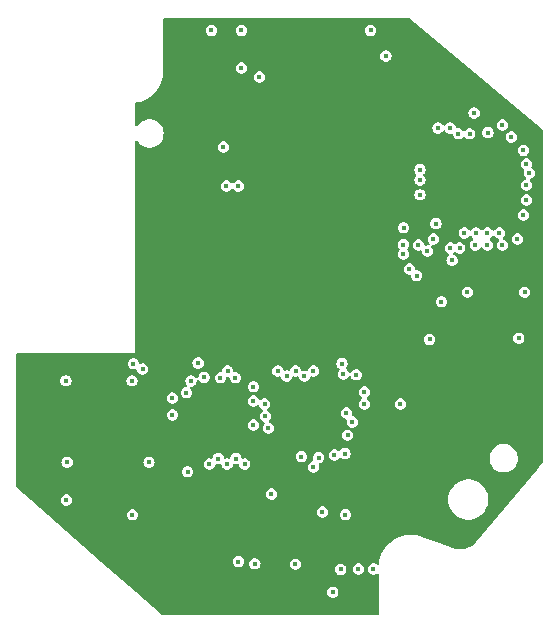
<source format=gbr>
%TF.GenerationSoftware,KiCad,Pcbnew,7.0.1*%
%TF.CreationDate,2023-04-30T22:37:30+01:00*%
%TF.ProjectId,left_main,6c656674-5f6d-4616-996e-2e6b69636164,rev?*%
%TF.SameCoordinates,Original*%
%TF.FileFunction,Copper,L2,Inr*%
%TF.FilePolarity,Positive*%
%FSLAX46Y46*%
G04 Gerber Fmt 4.6, Leading zero omitted, Abs format (unit mm)*
G04 Created by KiCad (PCBNEW 7.0.1) date 2023-04-30 22:37:30*
%MOMM*%
%LPD*%
G01*
G04 APERTURE LIST*
%TA.AperFunction,ViaPad*%
%ADD10C,0.450000*%
%TD*%
G04 APERTURE END LIST*
D10*
%TO.N,+3V3*%
X72000000Y-77400000D03*
X78000000Y-46535000D03*
X81200000Y-52800000D03*
X76500000Y-32000000D03*
X65786000Y-33782000D03*
%TO.N,GND*%
X85563914Y-41079448D03*
X56359500Y-55000000D03*
X85547496Y-44527343D03*
X78000000Y-45400000D03*
X57100000Y-45600000D03*
X57836250Y-69400000D03*
X66862944Y-54912444D03*
X88126001Y-49771300D03*
X81367000Y-36507000D03*
X63000000Y-76600000D03*
X73660000Y-61468000D03*
X63200000Y-74800000D03*
X80200000Y-52800000D03*
X80587500Y-62230000D03*
X75110000Y-62738000D03*
X59815500Y-58420000D03*
X58600000Y-55000000D03*
X66294000Y-64516000D03*
X71200000Y-77400000D03*
X53436250Y-66600000D03*
X77705627Y-29840795D03*
X74930000Y-57912000D03*
X70612000Y-45212000D03*
X54962500Y-63900000D03*
X69900000Y-55000000D03*
X63000000Y-78200000D03*
X73000000Y-76600000D03*
X75692000Y-44958000D03*
X87750000Y-54902500D03*
X66600000Y-59500000D03*
X84328000Y-50800000D03*
X55800000Y-76200000D03*
X85630500Y-42740500D03*
X78486000Y-65913000D03*
X81930926Y-42490500D03*
X61000000Y-76600000D03*
X51850000Y-72650000D03*
X61000000Y-78200000D03*
X64262000Y-60500000D03*
X46636250Y-66600000D03*
X80518000Y-57912000D03*
X51000000Y-63700000D03*
X82124228Y-41046611D03*
X75000000Y-78200000D03*
X70358000Y-52070000D03*
X82132438Y-44527343D03*
X61214000Y-33274000D03*
X58600000Y-49490500D03*
X46600000Y-59700000D03*
X57658000Y-63246000D03*
X71100000Y-42900000D03*
X67564000Y-71882000D03*
X64950500Y-48800000D03*
X75438000Y-53594000D03*
X64950500Y-54900000D03*
X73000000Y-78200000D03*
X75000000Y-76600000D03*
X62738000Y-38100000D03*
X66657894Y-60442106D03*
X62738000Y-35052000D03*
X72129131Y-66802000D03*
X67564000Y-66548000D03*
%TO.N,Net-(U2-VDDCORE)*%
X79380500Y-42490500D03*
%TO.N,Net-(U2-PA00{slash}EINT0{slash}SERCOM1.0)*%
X80918500Y-38090500D03*
%TO.N,Net-(U2-PA01{slash}EINT1{slash}SERCOM1.1)*%
X81934500Y-38090500D03*
%TO.N,+BATT*%
X88250000Y-52000000D03*
%TO.N,VBUS*%
X72675900Y-75469900D03*
X83400000Y-52000000D03*
%TO.N,VDD*%
X82100000Y-49300000D03*
X79380500Y-41615500D03*
X83598000Y-38590500D03*
X88392000Y-42926000D03*
X80730500Y-46190500D03*
%TO.N,Net-(IC1-MICL)*%
X68100000Y-59100000D03*
%TO.N,Net-(IC1-MICR)*%
X69600000Y-59100000D03*
%TO.N,Net-(IC1-MICS)*%
X68850000Y-58674000D03*
%TO.N,Net-(IC1-MICACL)*%
X67355000Y-58674000D03*
%TO.N,Net-(IC1-MICACR)*%
X70358000Y-58674000D03*
%TO.N,/AOHPR*%
X64000000Y-43000000D03*
%TO.N,+1V8*%
X73025000Y-65659000D03*
X59600000Y-60500000D03*
X80200000Y-56000000D03*
%TO.N,/HP_driver_L/vneg*%
X60600000Y-58000000D03*
X70358000Y-66802000D03*
%TO.N,Net-(IC1-CPN)*%
X70806050Y-66000000D03*
%TO.N,Net-(IC1-CPP)*%
X72136000Y-65786000D03*
%TO.N,Net-(IC1-QMICL)*%
X66802000Y-69088000D03*
%TO.N,Net-(IC1-IOP1L)*%
X71120000Y-70612000D03*
%TO.N,Net-(IC1-MIXR)*%
X69342000Y-65913000D03*
X73058750Y-70832250D03*
X73660000Y-62992000D03*
%TO.N,/HP_driver_R/QOP1R*%
X73977500Y-58991500D03*
%TO.N,/HP_driver_R/IOP2R*%
X77724000Y-61468000D03*
%TO.N,/HP_driver_R/QOP2R*%
X74676000Y-60452000D03*
%TO.N,Net-(IC1-QMICR)*%
X72781301Y-58035594D03*
%TO.N,/HP_driver_R/IOP1R*%
X72898000Y-58928000D03*
%TO.N,Net-(IC2-QMICL)*%
X63754000Y-59250000D03*
%TO.N,/AOHPL*%
X63000000Y-43000000D03*
%TO.N,Net-(IC2-MICL)*%
X63802500Y-66082500D03*
%TO.N,Net-(IC2-MICACL)*%
X64546428Y-66548000D03*
%TO.N,Net-(IC2-MICS)*%
X63052500Y-66548000D03*
%TO.N,Net-(IC2-IOP1L)*%
X63100000Y-58674000D03*
%TO.N,Net-(IC2-MICACR)*%
X61550000Y-66548000D03*
%TO.N,Net-(IC2-CPN)*%
X61098041Y-59212687D03*
%TO.N,Net-(IC2-CPP)*%
X59996884Y-59517929D03*
%TO.N,Net-(IC2-MICR)*%
X62302500Y-66082500D03*
%TO.N,Net-(IC2-MIXR)*%
X58420000Y-62386405D03*
X62484000Y-59250000D03*
%TO.N,/HP_driver_L/QOP1R*%
X49501250Y-66400000D03*
%TO.N,Net-(IC2-QMICR)*%
X55036250Y-70850000D03*
%TO.N,/HP_driver_L/IOP2R*%
X49400000Y-59497500D03*
%TO.N,/HP_driver_L/IOP1R*%
X49436250Y-69600000D03*
X56436250Y-66402500D03*
%TO.N,/HP_driver_L/QOP2R*%
X55000000Y-59500000D03*
%TO.N,/AREF*%
X82630500Y-38590500D03*
%TO.N,Net-(U8-OUT)*%
X64262000Y-33020000D03*
%TO.N,Net-(IC1-LINR)*%
X66548000Y-63500000D03*
%TO.N,Net-(IC1-QLINR)*%
X66294000Y-62500000D03*
%TO.N,/I2C_SDA*%
X66228000Y-61468000D03*
X84063188Y-48006000D03*
X65278000Y-60000000D03*
X79100000Y-50600000D03*
%TO.N,/I2C_SCL*%
X78486000Y-50038000D03*
X83130500Y-46990500D03*
%TO.N,/HP_R_-*%
X73152000Y-62230000D03*
%TO.N,/HP_R_+*%
X74676000Y-61468000D03*
%TO.N,/audio_in_R*%
X73250510Y-64106510D03*
%TO.N,Net-(IC2-LINR)*%
X65278000Y-61214000D03*
%TO.N,Net-(IC2-QLINR)*%
X65278000Y-63246000D03*
%TO.N,/HP_L_-*%
X55900000Y-58500000D03*
%TO.N,/HP_L_+*%
X55118000Y-58054974D03*
%TO.N,/audio_in_L*%
X58420000Y-60960000D03*
X64000000Y-74800000D03*
X59700000Y-67200000D03*
%TO.N,/D2*%
X88392000Y-44196000D03*
X68834000Y-75021000D03*
X75438000Y-75438000D03*
%TO.N,/ANC_PBO*%
X84130500Y-46990500D03*
%TO.N,/ANC_OFF*%
X85090000Y-48006000D03*
%TO.N,/ANC_ON*%
X85090000Y-46990000D03*
%TO.N,/D10*%
X86360000Y-48006000D03*
%TO.N,/USB_D+*%
X81948000Y-48260000D03*
%TO.N,/USB_D-*%
X82748000Y-48260000D03*
%TO.N,/D11*%
X74168000Y-75438000D03*
X65400000Y-75000000D03*
X87630000Y-47498000D03*
%TO.N,/D3*%
X75205627Y-29840795D03*
%TO.N,/A4*%
X64262000Y-29840795D03*
%TO.N,/D13*%
X86106000Y-46990000D03*
%TO.N,/BAT_V_SENSE*%
X87108140Y-38852500D03*
%TO.N,Net-(U3-PROG)*%
X87750000Y-55902500D03*
%TO.N,/~{RESET}*%
X79380500Y-43740500D03*
X62738000Y-39700000D03*
%TO.N,/BM83_UART_RX*%
X80518000Y-47498000D03*
X88392000Y-41148000D03*
%TO.N,/BM83_UART_TX*%
X88646000Y-41910000D03*
X79248000Y-48006000D03*
%TO.N,/BM83_PROG_EN*%
X86360000Y-37846000D03*
X77978000Y-47960000D03*
%TO.N,/A2*%
X61722000Y-29840795D03*
%TO.N,/A3*%
X85130500Y-38490500D03*
X83966500Y-36820500D03*
%TO.N,/D4*%
X77978000Y-48768000D03*
X88138000Y-39990500D03*
%TO.N,/3V3_EN*%
X80010000Y-48514000D03*
X88138000Y-45466000D03*
%TD*%
%TA.AperFunction,Conductor*%
%TO.N,GND*%
G36*
X78387149Y-28759217D02*
G01*
X78424331Y-28780570D01*
X81973633Y-31740282D01*
X89725452Y-38204414D01*
X89729746Y-38207994D01*
X89762634Y-38250651D01*
X89774332Y-38303228D01*
X89774332Y-66353968D01*
X89766854Y-66396379D01*
X89745322Y-66433673D01*
X89250399Y-67023500D01*
X84131988Y-73123384D01*
X84126362Y-73129643D01*
X83965910Y-73296439D01*
X83953455Y-73307742D01*
X83775208Y-73448680D01*
X83761336Y-73458194D01*
X83565657Y-73573710D01*
X83550627Y-73581258D01*
X83341117Y-73669231D01*
X83325203Y-73674676D01*
X83105713Y-73733487D01*
X83089208Y-73736728D01*
X82863784Y-73765293D01*
X82846993Y-73766271D01*
X82619775Y-73764066D01*
X82603006Y-73762763D01*
X82378171Y-73729829D01*
X82361732Y-73726268D01*
X82139080Y-73661954D01*
X82131080Y-73659346D01*
X82077300Y-73639771D01*
X82077297Y-73639771D01*
X81895796Y-73573710D01*
X80552815Y-73084904D01*
X79565596Y-72725585D01*
X79565386Y-72725457D01*
X79374076Y-72655904D01*
X79077244Y-72584479D01*
X78774262Y-72546961D01*
X78468987Y-72543827D01*
X78165294Y-72575116D01*
X77867069Y-72640428D01*
X77637472Y-72718696D01*
X77578099Y-72738936D01*
X77474007Y-72788127D01*
X77302064Y-72869383D01*
X77042511Y-73030094D01*
X76802704Y-73219043D01*
X76585720Y-73433814D01*
X76394325Y-73671665D01*
X76230949Y-73929577D01*
X76097687Y-74204238D01*
X75996220Y-74492190D01*
X75927852Y-74789734D01*
X75908272Y-74962388D01*
X75885969Y-75020483D01*
X75838253Y-75060427D01*
X75777141Y-75072162D01*
X75718024Y-75052731D01*
X75637562Y-75001022D01*
X75506367Y-74962500D01*
X75369633Y-74962500D01*
X75238437Y-75001022D01*
X75123412Y-75074943D01*
X75033869Y-75178282D01*
X74977068Y-75302657D01*
X74957610Y-75438000D01*
X74977068Y-75573342D01*
X75033869Y-75697717D01*
X75123412Y-75801056D01*
X75238437Y-75874977D01*
X75238439Y-75874978D01*
X75369633Y-75913500D01*
X75506367Y-75913500D01*
X75637561Y-75874978D01*
X75662296Y-75859081D01*
X75702359Y-75833336D01*
X75764972Y-75813731D01*
X75828824Y-75828820D01*
X75876039Y-75874379D01*
X75893397Y-75937652D01*
X75893397Y-79226804D01*
X75876784Y-79288804D01*
X75831397Y-79334191D01*
X75769397Y-79350804D01*
X57585003Y-79350804D01*
X57541197Y-79342808D01*
X57503039Y-79319852D01*
X55323547Y-77399999D01*
X71519610Y-77399999D01*
X71539068Y-77535342D01*
X71595869Y-77659717D01*
X71685412Y-77763056D01*
X71800437Y-77836977D01*
X71800439Y-77836978D01*
X71931633Y-77875500D01*
X72068367Y-77875500D01*
X72199561Y-77836978D01*
X72314589Y-77763055D01*
X72404130Y-77659718D01*
X72460931Y-77535342D01*
X72480390Y-77400000D01*
X72460931Y-77264658D01*
X72404130Y-77140282D01*
X72314589Y-77036945D01*
X72314588Y-77036944D01*
X72314587Y-77036943D01*
X72199562Y-76963022D01*
X72068367Y-76924500D01*
X71931633Y-76924500D01*
X71800437Y-76963022D01*
X71685412Y-77036943D01*
X71595869Y-77140282D01*
X71539068Y-77264657D01*
X71519610Y-77399999D01*
X55323547Y-77399999D01*
X52371925Y-74799999D01*
X63519610Y-74799999D01*
X63539068Y-74935342D01*
X63595869Y-75059717D01*
X63685412Y-75163056D01*
X63800437Y-75236977D01*
X63800439Y-75236978D01*
X63931633Y-75275500D01*
X64068367Y-75275500D01*
X64199561Y-75236978D01*
X64314589Y-75163055D01*
X64404130Y-75059718D01*
X64431403Y-74999999D01*
X64919610Y-74999999D01*
X64939068Y-75135342D01*
X64995869Y-75259717D01*
X65014066Y-75280718D01*
X65060718Y-75334558D01*
X65085412Y-75363056D01*
X65200437Y-75436977D01*
X65200439Y-75436978D01*
X65331633Y-75475500D01*
X65468367Y-75475500D01*
X65599561Y-75436978D01*
X65714589Y-75363055D01*
X65804130Y-75259718D01*
X65860931Y-75135342D01*
X65877371Y-75020999D01*
X68353610Y-75020999D01*
X68373068Y-75156342D01*
X68429869Y-75280717D01*
X68429870Y-75280718D01*
X68501215Y-75363056D01*
X68519412Y-75384056D01*
X68603352Y-75438000D01*
X68634439Y-75457978D01*
X68765633Y-75496500D01*
X68902367Y-75496500D01*
X68992962Y-75469899D01*
X72195510Y-75469899D01*
X72214968Y-75605242D01*
X72271769Y-75729617D01*
X72271770Y-75729618D01*
X72344653Y-75813731D01*
X72361312Y-75832956D01*
X72476337Y-75906877D01*
X72476339Y-75906878D01*
X72607533Y-75945400D01*
X72744267Y-75945400D01*
X72875461Y-75906878D01*
X72990489Y-75832955D01*
X73080030Y-75729618D01*
X73136831Y-75605242D01*
X73156290Y-75469900D01*
X73151704Y-75438000D01*
X73687610Y-75438000D01*
X73707068Y-75573342D01*
X73763869Y-75697717D01*
X73853412Y-75801056D01*
X73968437Y-75874977D01*
X73968439Y-75874978D01*
X74099633Y-75913500D01*
X74236367Y-75913500D01*
X74367561Y-75874978D01*
X74482589Y-75801055D01*
X74572130Y-75697718D01*
X74628931Y-75573342D01*
X74648390Y-75438000D01*
X74628931Y-75302658D01*
X74618911Y-75280718D01*
X74572130Y-75178282D01*
X74482587Y-75074943D01*
X74367562Y-75001022D01*
X74236367Y-74962500D01*
X74099633Y-74962500D01*
X73968437Y-75001022D01*
X73853412Y-75074943D01*
X73763869Y-75178282D01*
X73707068Y-75302657D01*
X73687610Y-75438000D01*
X73151704Y-75438000D01*
X73136831Y-75334558D01*
X73122262Y-75302657D01*
X73080030Y-75210182D01*
X73052389Y-75178282D01*
X72990489Y-75106845D01*
X72990488Y-75106844D01*
X72990487Y-75106843D01*
X72875462Y-75032922D01*
X72744267Y-74994400D01*
X72607533Y-74994400D01*
X72476337Y-75032922D01*
X72361312Y-75106843D01*
X72271769Y-75210182D01*
X72214968Y-75334557D01*
X72195510Y-75469899D01*
X68992962Y-75469899D01*
X69033561Y-75457978D01*
X69148589Y-75384055D01*
X69238130Y-75280718D01*
X69294931Y-75156342D01*
X69314390Y-75021000D01*
X69294931Y-74885658D01*
X69238130Y-74761282D01*
X69148589Y-74657945D01*
X69148588Y-74657944D01*
X69148587Y-74657943D01*
X69033562Y-74584022D01*
X68902367Y-74545500D01*
X68765633Y-74545500D01*
X68634437Y-74584022D01*
X68519412Y-74657943D01*
X68429869Y-74761282D01*
X68373068Y-74885657D01*
X68353610Y-75020999D01*
X65877371Y-75020999D01*
X65880390Y-75000000D01*
X65860931Y-74864658D01*
X65831402Y-74800000D01*
X65804130Y-74740282D01*
X65804129Y-74740281D01*
X65714589Y-74636945D01*
X65714588Y-74636944D01*
X65714587Y-74636943D01*
X65599562Y-74563022D01*
X65468367Y-74524500D01*
X65331633Y-74524500D01*
X65200437Y-74563022D01*
X65085412Y-74636943D01*
X64995869Y-74740282D01*
X64939068Y-74864657D01*
X64919610Y-74999999D01*
X64431403Y-74999999D01*
X64460931Y-74935342D01*
X64480390Y-74800000D01*
X64460931Y-74664658D01*
X64457865Y-74657945D01*
X64404130Y-74540282D01*
X64390455Y-74524500D01*
X64314589Y-74436945D01*
X64314588Y-74436944D01*
X64314587Y-74436943D01*
X64199562Y-74363022D01*
X64068367Y-74324500D01*
X63931633Y-74324500D01*
X63800437Y-74363022D01*
X63685412Y-74436943D01*
X63595869Y-74540282D01*
X63539068Y-74664657D01*
X63519610Y-74799999D01*
X52371925Y-74799999D01*
X47887732Y-70850000D01*
X54555860Y-70850000D01*
X54575318Y-70985342D01*
X54632119Y-71109717D01*
X54721662Y-71213056D01*
X54809069Y-71269228D01*
X54836689Y-71286978D01*
X54967883Y-71325500D01*
X55104617Y-71325500D01*
X55235811Y-71286978D01*
X55350839Y-71213055D01*
X55440380Y-71109718D01*
X55497181Y-70985342D01*
X55516640Y-70850000D01*
X55497181Y-70714658D01*
X55495593Y-70711181D01*
X55450298Y-70612000D01*
X70639610Y-70612000D01*
X70659068Y-70747342D01*
X70715869Y-70871717D01*
X70805412Y-70975056D01*
X70920437Y-71048977D01*
X70920439Y-71048978D01*
X71051633Y-71087500D01*
X71188367Y-71087500D01*
X71319561Y-71048978D01*
X71434589Y-70975055D01*
X71524130Y-70871718D01*
X71542155Y-70832250D01*
X72578360Y-70832250D01*
X72597818Y-70967592D01*
X72654619Y-71091967D01*
X72744162Y-71195306D01*
X72832076Y-71251804D01*
X72859189Y-71269228D01*
X72990383Y-71307750D01*
X73127117Y-71307750D01*
X73258311Y-71269228D01*
X73373339Y-71195305D01*
X73462880Y-71091968D01*
X73519681Y-70967592D01*
X73539140Y-70832250D01*
X73519681Y-70696908D01*
X73462880Y-70572532D01*
X73373339Y-70469195D01*
X73373338Y-70469194D01*
X73373337Y-70469193D01*
X73258312Y-70395272D01*
X73127117Y-70356750D01*
X72990383Y-70356750D01*
X72859187Y-70395272D01*
X72744162Y-70469193D01*
X72654619Y-70572532D01*
X72597818Y-70696907D01*
X72578360Y-70832250D01*
X71542155Y-70832250D01*
X71580931Y-70747342D01*
X71600390Y-70612000D01*
X71580931Y-70476658D01*
X71524130Y-70352282D01*
X71434589Y-70248945D01*
X71434588Y-70248944D01*
X71434587Y-70248943D01*
X71319562Y-70175022D01*
X71188367Y-70136500D01*
X71051633Y-70136500D01*
X70920437Y-70175022D01*
X70805412Y-70248943D01*
X70715869Y-70352282D01*
X70659068Y-70476657D01*
X70639610Y-70612000D01*
X55450298Y-70612000D01*
X55440380Y-70590282D01*
X55350837Y-70486943D01*
X55235812Y-70413022D01*
X55104617Y-70374500D01*
X54967883Y-70374500D01*
X54836687Y-70413022D01*
X54721662Y-70486943D01*
X54632119Y-70590282D01*
X54575318Y-70714657D01*
X54555860Y-70850000D01*
X47887732Y-70850000D01*
X46468683Y-69600000D01*
X48955860Y-69600000D01*
X48975318Y-69735342D01*
X49032119Y-69859717D01*
X49121662Y-69963056D01*
X49172550Y-69995759D01*
X49236689Y-70036978D01*
X49367883Y-70075500D01*
X49504617Y-70075500D01*
X49635811Y-70036978D01*
X49750839Y-69963055D01*
X49840380Y-69859718D01*
X49897181Y-69735342D01*
X49916640Y-69600000D01*
X49897181Y-69464658D01*
X49890969Y-69451056D01*
X49840380Y-69340282D01*
X49750837Y-69236943D01*
X49635812Y-69163022D01*
X49504617Y-69124500D01*
X49367883Y-69124500D01*
X49236687Y-69163022D01*
X49121662Y-69236943D01*
X49032119Y-69340282D01*
X48975318Y-69464657D01*
X48955860Y-69600000D01*
X46468683Y-69600000D01*
X45887439Y-69087999D01*
X66321610Y-69087999D01*
X66341068Y-69223342D01*
X66397869Y-69347717D01*
X66487412Y-69451056D01*
X66602437Y-69524977D01*
X66602439Y-69524978D01*
X66733633Y-69563500D01*
X66870367Y-69563500D01*
X66911903Y-69551304D01*
X81769563Y-69551304D01*
X81788609Y-69805458D01*
X81845324Y-70053941D01*
X81938440Y-70291195D01*
X81998529Y-70395272D01*
X82065873Y-70511916D01*
X82224782Y-70711181D01*
X82411615Y-70884536D01*
X82622198Y-71028109D01*
X82851828Y-71138693D01*
X83095374Y-71213817D01*
X83347397Y-71251804D01*
X83602267Y-71251804D01*
X83854290Y-71213817D01*
X84097836Y-71138693D01*
X84327466Y-71028109D01*
X84538049Y-70884536D01*
X84724882Y-70711181D01*
X84883791Y-70511916D01*
X85011225Y-70291192D01*
X85104340Y-70053941D01*
X85161054Y-69805461D01*
X85180100Y-69551304D01*
X85161054Y-69297147D01*
X85104340Y-69048667D01*
X85011225Y-68811416D01*
X84883791Y-68590692D01*
X84724882Y-68391427D01*
X84538049Y-68218072D01*
X84327466Y-68074499D01*
X84097836Y-67963915D01*
X83854290Y-67888791D01*
X83602267Y-67850804D01*
X83347397Y-67850804D01*
X83095374Y-67888791D01*
X82851828Y-67963915D01*
X82622198Y-68074499D01*
X82516906Y-68146285D01*
X82411613Y-68218073D01*
X82290798Y-68330173D01*
X82224782Y-68391427D01*
X82093676Y-68555829D01*
X82065870Y-68590696D01*
X81938440Y-68811412D01*
X81845324Y-69048666D01*
X81788609Y-69297149D01*
X81769563Y-69551304D01*
X66911903Y-69551304D01*
X67001561Y-69524978D01*
X67116589Y-69451055D01*
X67206130Y-69347718D01*
X67262931Y-69223342D01*
X67282390Y-69088000D01*
X67262931Y-68952658D01*
X67239592Y-68901554D01*
X67206130Y-68828282D01*
X67116587Y-68724943D01*
X67001562Y-68651022D01*
X66870367Y-68612500D01*
X66733633Y-68612500D01*
X66602437Y-68651022D01*
X66487412Y-68724943D01*
X66397869Y-68828282D01*
X66341068Y-68952657D01*
X66321610Y-69087999D01*
X45887439Y-69087999D01*
X45217368Y-68497752D01*
X45186329Y-68455756D01*
X45175332Y-68404704D01*
X45175332Y-67200000D01*
X59219610Y-67200000D01*
X59239068Y-67335342D01*
X59295869Y-67459717D01*
X59385412Y-67563056D01*
X59500437Y-67636977D01*
X59500439Y-67636978D01*
X59631633Y-67675500D01*
X59768367Y-67675500D01*
X59899561Y-67636978D01*
X60014589Y-67563055D01*
X60104130Y-67459718D01*
X60160931Y-67335342D01*
X60180390Y-67200000D01*
X60160931Y-67064658D01*
X60159588Y-67061718D01*
X60104130Y-66940282D01*
X60104129Y-66940281D01*
X60014589Y-66836945D01*
X60014588Y-66836944D01*
X60014587Y-66836943D01*
X59899562Y-66763022D01*
X59768367Y-66724500D01*
X59631633Y-66724500D01*
X59500437Y-66763022D01*
X59385412Y-66836943D01*
X59295869Y-66940282D01*
X59239068Y-67064657D01*
X59219610Y-67200000D01*
X45175332Y-67200000D01*
X45175332Y-66400000D01*
X49020860Y-66400000D01*
X49040318Y-66535342D01*
X49097119Y-66659717D01*
X49103133Y-66666658D01*
X49186632Y-66763022D01*
X49186662Y-66763056D01*
X49301687Y-66836977D01*
X49301689Y-66836978D01*
X49432883Y-66875500D01*
X49569617Y-66875500D01*
X49700811Y-66836978D01*
X49815839Y-66763055D01*
X49905380Y-66659718D01*
X49962181Y-66535342D01*
X49981281Y-66402500D01*
X55955860Y-66402500D01*
X55975318Y-66537842D01*
X56032119Y-66662217D01*
X56121662Y-66765556D01*
X56236687Y-66839477D01*
X56236689Y-66839478D01*
X56367883Y-66878000D01*
X56504617Y-66878000D01*
X56635811Y-66839478D01*
X56750839Y-66765555D01*
X56840380Y-66662218D01*
X56892542Y-66548000D01*
X61069610Y-66548000D01*
X61089068Y-66683342D01*
X61145869Y-66807717D01*
X61235412Y-66911056D01*
X61350437Y-66984977D01*
X61350439Y-66984978D01*
X61481633Y-67023500D01*
X61618367Y-67023500D01*
X61749561Y-66984978D01*
X61864589Y-66911055D01*
X61954130Y-66807718D01*
X62010931Y-66683342D01*
X62016897Y-66641840D01*
X62035319Y-66592449D01*
X62072595Y-66555172D01*
X62121988Y-66536749D01*
X62174566Y-66540509D01*
X62234133Y-66558000D01*
X62370866Y-66558000D01*
X62370867Y-66558000D01*
X62428031Y-66541214D01*
X62480612Y-66537454D01*
X62530004Y-66555876D01*
X62567280Y-66593152D01*
X62585703Y-66642545D01*
X62591568Y-66683342D01*
X62648369Y-66807717D01*
X62737912Y-66911056D01*
X62852937Y-66984977D01*
X62852939Y-66984978D01*
X62984133Y-67023500D01*
X63120867Y-67023500D01*
X63252061Y-66984978D01*
X63367089Y-66911055D01*
X63456630Y-66807718D01*
X63513431Y-66683342D01*
X63519296Y-66642545D01*
X63537718Y-66593154D01*
X63574994Y-66555877D01*
X63624387Y-66537454D01*
X63676968Y-66541214D01*
X63734133Y-66558000D01*
X63870865Y-66558000D01*
X63870867Y-66558000D01*
X63922209Y-66542924D01*
X63974785Y-66539164D01*
X64024178Y-66557586D01*
X64061454Y-66594862D01*
X64079877Y-66644255D01*
X64085496Y-66683342D01*
X64142297Y-66807717D01*
X64231840Y-66911056D01*
X64346865Y-66984977D01*
X64346867Y-66984978D01*
X64478061Y-67023500D01*
X64614795Y-67023500D01*
X64745989Y-66984978D01*
X64861017Y-66911055D01*
X64950558Y-66807718D01*
X64953170Y-66801999D01*
X69877610Y-66801999D01*
X69897068Y-66937342D01*
X69953869Y-67061717D01*
X70043412Y-67165056D01*
X70114782Y-67210922D01*
X70158439Y-67238978D01*
X70289633Y-67277500D01*
X70426367Y-67277500D01*
X70557561Y-67238978D01*
X70672589Y-67165055D01*
X70762130Y-67061718D01*
X70818931Y-66937342D01*
X70838390Y-66802000D01*
X70818931Y-66666658D01*
X70807963Y-66642641D01*
X70796756Y-66591130D01*
X70807961Y-66539617D01*
X70839553Y-66497415D01*
X70885819Y-66472152D01*
X71005611Y-66436978D01*
X71120639Y-66363055D01*
X71210180Y-66259718D01*
X71266981Y-66135342D01*
X71286440Y-66000000D01*
X71266981Y-65864658D01*
X71251046Y-65829766D01*
X71231059Y-65786000D01*
X71655610Y-65786000D01*
X71675068Y-65921342D01*
X71731869Y-66045717D01*
X71731870Y-66045718D01*
X71815975Y-66142782D01*
X71821412Y-66149056D01*
X71936437Y-66222977D01*
X71936439Y-66222978D01*
X72067633Y-66261500D01*
X72204367Y-66261500D01*
X72335561Y-66222978D01*
X72450589Y-66149055D01*
X72540130Y-66045718D01*
X72540130Y-66045716D01*
X72543843Y-66041432D01*
X72591470Y-66007517D01*
X72649343Y-65999195D01*
X72704596Y-66018318D01*
X72710410Y-66022054D01*
X72710411Y-66022055D01*
X72825439Y-66095978D01*
X72956633Y-66134500D01*
X73093367Y-66134500D01*
X73224561Y-66095978D01*
X73294076Y-66051304D01*
X85269189Y-66051304D01*
X85289717Y-66272841D01*
X85350601Y-66486830D01*
X85449773Y-66685992D01*
X85583851Y-66863541D01*
X85748269Y-67013428D01*
X85937427Y-67130549D01*
X85937429Y-67130549D01*
X85937431Y-67130551D01*
X86144892Y-67210922D01*
X86363589Y-67251804D01*
X86586073Y-67251804D01*
X86586075Y-67251804D01*
X86804772Y-67210922D01*
X87012233Y-67130551D01*
X87201394Y-67013428D01*
X87365813Y-66863540D01*
X87499890Y-66685993D01*
X87599061Y-66486832D01*
X87602286Y-66475500D01*
X87634278Y-66363056D01*
X87659947Y-66272840D01*
X87680475Y-66051304D01*
X87659947Y-65829768D01*
X87634486Y-65740282D01*
X87599062Y-65615777D01*
X87499890Y-65416615D01*
X87365812Y-65239066D01*
X87201394Y-65089179D01*
X87012236Y-64972058D01*
X86951006Y-64948337D01*
X86804772Y-64891686D01*
X86586075Y-64850804D01*
X86363589Y-64850804D01*
X86144892Y-64891685D01*
X86144892Y-64891686D01*
X85937427Y-64972058D01*
X85748269Y-65089179D01*
X85583851Y-65239066D01*
X85449773Y-65416615D01*
X85350601Y-65615777D01*
X85289717Y-65829766D01*
X85269189Y-66051304D01*
X73294076Y-66051304D01*
X73339589Y-66022055D01*
X73429130Y-65918718D01*
X73485931Y-65794342D01*
X73505390Y-65659000D01*
X73485931Y-65523658D01*
X73464176Y-65476022D01*
X73429130Y-65399282D01*
X73339587Y-65295943D01*
X73224562Y-65222022D01*
X73093367Y-65183500D01*
X72956633Y-65183500D01*
X72825437Y-65222022D01*
X72710411Y-65295943D01*
X72617155Y-65403568D01*
X72569529Y-65437482D01*
X72511656Y-65445804D01*
X72456404Y-65426681D01*
X72335562Y-65349022D01*
X72204367Y-65310500D01*
X72067633Y-65310500D01*
X71936437Y-65349022D01*
X71821412Y-65422943D01*
X71731869Y-65526282D01*
X71675068Y-65650657D01*
X71655610Y-65786000D01*
X71231059Y-65786000D01*
X71210180Y-65740282D01*
X71192123Y-65719443D01*
X71120639Y-65636945D01*
X71120638Y-65636944D01*
X71120637Y-65636943D01*
X71005612Y-65563022D01*
X70874417Y-65524500D01*
X70737683Y-65524500D01*
X70606487Y-65563022D01*
X70491462Y-65636943D01*
X70401919Y-65740282D01*
X70345118Y-65864657D01*
X70325660Y-66000000D01*
X70345118Y-66135342D01*
X70356087Y-66159359D01*
X70366031Y-66228517D01*
X70337006Y-66292073D01*
X70278229Y-66329848D01*
X70158437Y-66365022D01*
X70043412Y-66438943D01*
X69953869Y-66542282D01*
X69897068Y-66666657D01*
X69877610Y-66801999D01*
X64953170Y-66801999D01*
X65007359Y-66683342D01*
X65026818Y-66548000D01*
X65007359Y-66412658D01*
X65001578Y-66400000D01*
X64950558Y-66288282D01*
X64930087Y-66264657D01*
X64861017Y-66184945D01*
X64861016Y-66184944D01*
X64861015Y-66184943D01*
X64745990Y-66111022D01*
X64614795Y-66072500D01*
X64478061Y-66072500D01*
X64478060Y-66072500D01*
X64426722Y-66087574D01*
X64374140Y-66091335D01*
X64324747Y-66072912D01*
X64287472Y-66035635D01*
X64269050Y-65986242D01*
X64263431Y-65947157D01*
X64247832Y-65913000D01*
X68861610Y-65913000D01*
X68881068Y-66048342D01*
X68937869Y-66172717D01*
X69027412Y-66276056D01*
X69126385Y-66339661D01*
X69142439Y-66349978D01*
X69273633Y-66388500D01*
X69410367Y-66388500D01*
X69541561Y-66349978D01*
X69656589Y-66276055D01*
X69746130Y-66172718D01*
X69802931Y-66048342D01*
X69822390Y-65913000D01*
X69802931Y-65777658D01*
X69769481Y-65704414D01*
X69746130Y-65653282D01*
X69706027Y-65607000D01*
X69656589Y-65549945D01*
X69656588Y-65549944D01*
X69656587Y-65549943D01*
X69541562Y-65476022D01*
X69410367Y-65437500D01*
X69273633Y-65437500D01*
X69142437Y-65476022D01*
X69027412Y-65549943D01*
X68937869Y-65653282D01*
X68881068Y-65777657D01*
X68861610Y-65913000D01*
X64247832Y-65913000D01*
X64206630Y-65822782D01*
X64181987Y-65794342D01*
X64117089Y-65719445D01*
X64117088Y-65719444D01*
X64117087Y-65719443D01*
X64002062Y-65645522D01*
X63870867Y-65607000D01*
X63734133Y-65607000D01*
X63602937Y-65645522D01*
X63487912Y-65719443D01*
X63398369Y-65822782D01*
X63341568Y-65947157D01*
X63335703Y-65987954D01*
X63306678Y-66051510D01*
X63247900Y-66089284D01*
X63178031Y-66089284D01*
X63120868Y-66072500D01*
X63120867Y-66072500D01*
X62984133Y-66072500D01*
X62961166Y-66079243D01*
X62926967Y-66089285D01*
X62874385Y-66093045D01*
X62824993Y-66074622D01*
X62787718Y-66037345D01*
X62769296Y-65987952D01*
X62763431Y-65947157D01*
X62706630Y-65822782D01*
X62681987Y-65794342D01*
X62617089Y-65719445D01*
X62617088Y-65719444D01*
X62617087Y-65719443D01*
X62502062Y-65645522D01*
X62370867Y-65607000D01*
X62234133Y-65607000D01*
X62102937Y-65645522D01*
X61987912Y-65719443D01*
X61898369Y-65822782D01*
X61841568Y-65947157D01*
X61835602Y-65988658D01*
X61806577Y-66052213D01*
X61747800Y-66089988D01*
X61677931Y-66089989D01*
X61639025Y-66078565D01*
X61618367Y-66072500D01*
X61481633Y-66072500D01*
X61350437Y-66111022D01*
X61235412Y-66184943D01*
X61145869Y-66288282D01*
X61089068Y-66412657D01*
X61069610Y-66548000D01*
X56892542Y-66548000D01*
X56897181Y-66537842D01*
X56916640Y-66402500D01*
X56897181Y-66267158D01*
X56896039Y-66264658D01*
X56840380Y-66142782D01*
X56812860Y-66111022D01*
X56750839Y-66039445D01*
X56750838Y-66039444D01*
X56750837Y-66039443D01*
X56635812Y-65965522D01*
X56504617Y-65927000D01*
X56367883Y-65927000D01*
X56236687Y-65965522D01*
X56121662Y-66039443D01*
X56032119Y-66142782D01*
X55975318Y-66267157D01*
X55955860Y-66402500D01*
X49981281Y-66402500D01*
X49981640Y-66400000D01*
X49963357Y-66272840D01*
X49962181Y-66264657D01*
X49905380Y-66140282D01*
X49846647Y-66072500D01*
X49815839Y-66036945D01*
X49815838Y-66036944D01*
X49815837Y-66036943D01*
X49700812Y-65963022D01*
X49569617Y-65924500D01*
X49432883Y-65924500D01*
X49301687Y-65963022D01*
X49186662Y-66036943D01*
X49097119Y-66140282D01*
X49040318Y-66264657D01*
X49020860Y-66400000D01*
X45175332Y-66400000D01*
X45175332Y-64106510D01*
X72770120Y-64106510D01*
X72789578Y-64241852D01*
X72846379Y-64366227D01*
X72935922Y-64469566D01*
X73050947Y-64543487D01*
X73050949Y-64543488D01*
X73182143Y-64582010D01*
X73318877Y-64582010D01*
X73450071Y-64543488D01*
X73565099Y-64469565D01*
X73654640Y-64366228D01*
X73711441Y-64241852D01*
X73730900Y-64106510D01*
X73711441Y-63971168D01*
X73695826Y-63936977D01*
X73654640Y-63846792D01*
X73565098Y-63743454D01*
X73477680Y-63687275D01*
X73437332Y-63644959D01*
X73429666Y-63618854D01*
X73389258Y-63637309D01*
X73330856Y-63634527D01*
X73318878Y-63631010D01*
X73318877Y-63631010D01*
X73182143Y-63631010D01*
X73050947Y-63669532D01*
X72935922Y-63743453D01*
X72846379Y-63846792D01*
X72789578Y-63971167D01*
X72770120Y-64106510D01*
X45175332Y-64106510D01*
X45175332Y-63245999D01*
X64797610Y-63245999D01*
X64817068Y-63381342D01*
X64873869Y-63505717D01*
X64963412Y-63609056D01*
X65019279Y-63644959D01*
X65078439Y-63682978D01*
X65209633Y-63721500D01*
X65346367Y-63721500D01*
X65477561Y-63682978D01*
X65592589Y-63609055D01*
X65682130Y-63505718D01*
X65738931Y-63381342D01*
X65758390Y-63246000D01*
X65738931Y-63110658D01*
X65717176Y-63063022D01*
X65682130Y-62986282D01*
X65592587Y-62882943D01*
X65477562Y-62809022D01*
X65346367Y-62770500D01*
X65209633Y-62770500D01*
X65078437Y-62809022D01*
X64963412Y-62882943D01*
X64873869Y-62986282D01*
X64817068Y-63110657D01*
X64797610Y-63245999D01*
X45175332Y-63245999D01*
X45175332Y-62386404D01*
X57939610Y-62386404D01*
X57959068Y-62521747D01*
X58015869Y-62646122D01*
X58105412Y-62749461D01*
X58220437Y-62823382D01*
X58220439Y-62823383D01*
X58351633Y-62861905D01*
X58488367Y-62861905D01*
X58619561Y-62823383D01*
X58734589Y-62749460D01*
X58824130Y-62646123D01*
X58880931Y-62521747D01*
X58900390Y-62386405D01*
X58880931Y-62251063D01*
X58876007Y-62240282D01*
X58824130Y-62126687D01*
X58770361Y-62064634D01*
X58734589Y-62023350D01*
X58734588Y-62023349D01*
X58734587Y-62023348D01*
X58619562Y-61949427D01*
X58488367Y-61910905D01*
X58351633Y-61910905D01*
X58220437Y-61949427D01*
X58105412Y-62023348D01*
X58015869Y-62126687D01*
X57959068Y-62251062D01*
X57939610Y-62386404D01*
X45175332Y-62386404D01*
X45175332Y-60959999D01*
X57939610Y-60959999D01*
X57959068Y-61095342D01*
X58015869Y-61219717D01*
X58105412Y-61323056D01*
X58220437Y-61396977D01*
X58220439Y-61396978D01*
X58351633Y-61435500D01*
X58488367Y-61435500D01*
X58619561Y-61396978D01*
X58734589Y-61323055D01*
X58824130Y-61219718D01*
X58826741Y-61214000D01*
X64797610Y-61214000D01*
X64817068Y-61349342D01*
X64873869Y-61473717D01*
X64963412Y-61577056D01*
X65040353Y-61626502D01*
X65078439Y-61650978D01*
X65209633Y-61689500D01*
X65346367Y-61689500D01*
X65477561Y-61650978D01*
X65592589Y-61577055D01*
X65592589Y-61577054D01*
X65597812Y-61573698D01*
X65664851Y-61554014D01*
X65731890Y-61573698D01*
X65777645Y-61626502D01*
X65806416Y-61689500D01*
X65823870Y-61727718D01*
X65913411Y-61831055D01*
X66022080Y-61900891D01*
X66063873Y-61945779D01*
X66079041Y-62005206D01*
X66063873Y-62064634D01*
X66022080Y-62109522D01*
X65979413Y-62136942D01*
X65889869Y-62240282D01*
X65833068Y-62364657D01*
X65813610Y-62500000D01*
X65833068Y-62635342D01*
X65889869Y-62759717D01*
X65979412Y-62863056D01*
X66010361Y-62882945D01*
X66094439Y-62936978D01*
X66158220Y-62955705D01*
X66210965Y-62987000D01*
X66242262Y-63039746D01*
X66244452Y-63101038D01*
X66216999Y-63155883D01*
X66143870Y-63240280D01*
X66087068Y-63364657D01*
X66067610Y-63500000D01*
X66087068Y-63635342D01*
X66143869Y-63759717D01*
X66233412Y-63863056D01*
X66348437Y-63936977D01*
X66348439Y-63936978D01*
X66479633Y-63975500D01*
X66616367Y-63975500D01*
X66747561Y-63936978D01*
X66862589Y-63863055D01*
X66952130Y-63759718D01*
X67008931Y-63635342D01*
X67028390Y-63500000D01*
X67008931Y-63364658D01*
X67004545Y-63355055D01*
X66952130Y-63240282D01*
X66952128Y-63240280D01*
X66862589Y-63136945D01*
X66862588Y-63136944D01*
X66862587Y-63136943D01*
X66747562Y-63063022D01*
X66683779Y-63044294D01*
X66631033Y-63012998D01*
X66599737Y-62960252D01*
X66597548Y-62898959D01*
X66625001Y-62844115D01*
X66698129Y-62759719D01*
X66698128Y-62759719D01*
X66698130Y-62759718D01*
X66754931Y-62635342D01*
X66774390Y-62500000D01*
X66754931Y-62364658D01*
X66698130Y-62240282D01*
X66689220Y-62229999D01*
X72671610Y-62229999D01*
X72691068Y-62365342D01*
X72747869Y-62489717D01*
X72837412Y-62593056D01*
X72952437Y-62666977D01*
X72952439Y-62666978D01*
X73083633Y-62705500D01*
X73100740Y-62710523D01*
X73100268Y-62712127D01*
X73144737Y-62725184D01*
X73190492Y-62777988D01*
X73200436Y-62847146D01*
X73179610Y-62991999D01*
X73199068Y-63127342D01*
X73255869Y-63251717D01*
X73345412Y-63355056D01*
X73432828Y-63411234D01*
X73473177Y-63453549D01*
X73480842Y-63479654D01*
X73521254Y-63461200D01*
X73579655Y-63463982D01*
X73591633Y-63467500D01*
X73728367Y-63467500D01*
X73859561Y-63428978D01*
X73974589Y-63355055D01*
X74064130Y-63251718D01*
X74120931Y-63127342D01*
X74140390Y-62992000D01*
X74120931Y-62856658D01*
X74105734Y-62823382D01*
X74064130Y-62732282D01*
X74045276Y-62710523D01*
X73974589Y-62628945D01*
X73974588Y-62628944D01*
X73974587Y-62628943D01*
X73859562Y-62555022D01*
X73711260Y-62511477D01*
X73711731Y-62509872D01*
X73667263Y-62496816D01*
X73621508Y-62444012D01*
X73611564Y-62374854D01*
X73619390Y-62320413D01*
X73632390Y-62230000D01*
X73612931Y-62094658D01*
X73600349Y-62067108D01*
X73556130Y-61970282D01*
X73534898Y-61945779D01*
X73466589Y-61866945D01*
X73466588Y-61866944D01*
X73466587Y-61866943D01*
X73351562Y-61793022D01*
X73220367Y-61754500D01*
X73083633Y-61754500D01*
X72952437Y-61793022D01*
X72837412Y-61866943D01*
X72747869Y-61970282D01*
X72691068Y-62094657D01*
X72671610Y-62229999D01*
X66689220Y-62229999D01*
X66608589Y-62136945D01*
X66608588Y-62136944D01*
X66499919Y-62067108D01*
X66458126Y-62022219D01*
X66442958Y-61962791D01*
X66458127Y-61903364D01*
X66499919Y-61858476D01*
X66542589Y-61831055D01*
X66632130Y-61727718D01*
X66688931Y-61603342D01*
X66708390Y-61468000D01*
X66708390Y-61467999D01*
X74195610Y-61467999D01*
X74215068Y-61603342D01*
X74271869Y-61727717D01*
X74361412Y-61831056D01*
X74476437Y-61904977D01*
X74476439Y-61904978D01*
X74607633Y-61943500D01*
X74744367Y-61943500D01*
X74875561Y-61904978D01*
X74990589Y-61831055D01*
X75080130Y-61727718D01*
X75136931Y-61603342D01*
X75156390Y-61468000D01*
X75156390Y-61467999D01*
X77243610Y-61467999D01*
X77263068Y-61603342D01*
X77319869Y-61727717D01*
X77409412Y-61831056D01*
X77524437Y-61904977D01*
X77524439Y-61904978D01*
X77655633Y-61943500D01*
X77792367Y-61943500D01*
X77923561Y-61904978D01*
X78038589Y-61831055D01*
X78128130Y-61727718D01*
X78184931Y-61603342D01*
X78204390Y-61468000D01*
X78184931Y-61332658D01*
X78180545Y-61323055D01*
X78128130Y-61208282D01*
X78038587Y-61104943D01*
X77923562Y-61031022D01*
X77792367Y-60992500D01*
X77655633Y-60992500D01*
X77524437Y-61031022D01*
X77409412Y-61104943D01*
X77319869Y-61208282D01*
X77263068Y-61332657D01*
X77243610Y-61467999D01*
X75156390Y-61467999D01*
X75136931Y-61332658D01*
X75132545Y-61323055D01*
X75080130Y-61208282D01*
X74990587Y-61104943D01*
X74927368Y-61064316D01*
X74885574Y-61019428D01*
X74870406Y-60960000D01*
X74885574Y-60900572D01*
X74927368Y-60855684D01*
X74975646Y-60824658D01*
X74990589Y-60815055D01*
X75080130Y-60711718D01*
X75136931Y-60587342D01*
X75156390Y-60452000D01*
X75136931Y-60316658D01*
X75080130Y-60192282D01*
X74990589Y-60088945D01*
X74990588Y-60088944D01*
X74990587Y-60088943D01*
X74875562Y-60015022D01*
X74744367Y-59976500D01*
X74607633Y-59976500D01*
X74476437Y-60015022D01*
X74361412Y-60088943D01*
X74271869Y-60192282D01*
X74215068Y-60316657D01*
X74195610Y-60451999D01*
X74215068Y-60587342D01*
X74271869Y-60711717D01*
X74361411Y-60815055D01*
X74424632Y-60855684D01*
X74466425Y-60900573D01*
X74481593Y-60960000D01*
X74466425Y-61019427D01*
X74424632Y-61064316D01*
X74361411Y-61104944D01*
X74271869Y-61208282D01*
X74215068Y-61332657D01*
X74195610Y-61467999D01*
X66708390Y-61467999D01*
X66688931Y-61332658D01*
X66684545Y-61323055D01*
X66632130Y-61208282D01*
X66542587Y-61104943D01*
X66427562Y-61031022D01*
X66296367Y-60992500D01*
X66159633Y-60992500D01*
X66028437Y-61031022D01*
X65908186Y-61108301D01*
X65841147Y-61127985D01*
X65774108Y-61108300D01*
X65728354Y-61055497D01*
X65682130Y-60954282D01*
X65667135Y-60936977D01*
X65592589Y-60850945D01*
X65592588Y-60850944D01*
X65592587Y-60850943D01*
X65477562Y-60777022D01*
X65346367Y-60738500D01*
X65209633Y-60738500D01*
X65078437Y-60777022D01*
X64963412Y-60850943D01*
X64873869Y-60954282D01*
X64817068Y-61078657D01*
X64797610Y-61214000D01*
X58826741Y-61214000D01*
X58880931Y-61095342D01*
X58900390Y-60960000D01*
X58880931Y-60824658D01*
X58876545Y-60815055D01*
X58824130Y-60700282D01*
X58734587Y-60596943D01*
X58619562Y-60523022D01*
X58541156Y-60500000D01*
X59119610Y-60500000D01*
X59139068Y-60635342D01*
X59195869Y-60759717D01*
X59285412Y-60863056D01*
X59400437Y-60936977D01*
X59400439Y-60936978D01*
X59531633Y-60975500D01*
X59668367Y-60975500D01*
X59799561Y-60936978D01*
X59914589Y-60863055D01*
X60004130Y-60759718D01*
X60060931Y-60635342D01*
X60080390Y-60500000D01*
X60060931Y-60364658D01*
X60060199Y-60363056D01*
X60004130Y-60240282D01*
X59968040Y-60198632D01*
X59939015Y-60135076D01*
X59948959Y-60065917D01*
X59994714Y-60013114D01*
X60039375Y-60000000D01*
X64797610Y-60000000D01*
X64799770Y-60015022D01*
X64817068Y-60135342D01*
X64873869Y-60259717D01*
X64963412Y-60363056D01*
X64965905Y-60364658D01*
X65078439Y-60436978D01*
X65209633Y-60475500D01*
X65346367Y-60475500D01*
X65477561Y-60436978D01*
X65592589Y-60363055D01*
X65682130Y-60259718D01*
X65738931Y-60135342D01*
X65758390Y-60000000D01*
X65738931Y-59864658D01*
X65738199Y-59863056D01*
X65682130Y-59740282D01*
X65592587Y-59636943D01*
X65477562Y-59563022D01*
X65346367Y-59524500D01*
X65209633Y-59524500D01*
X65078437Y-59563022D01*
X64963412Y-59636943D01*
X64873869Y-59740282D01*
X64817068Y-59864657D01*
X64798555Y-59993429D01*
X64797610Y-60000000D01*
X60039375Y-60000000D01*
X60061753Y-59993429D01*
X60065251Y-59993429D01*
X60196445Y-59954907D01*
X60311473Y-59880984D01*
X60401014Y-59777647D01*
X60457815Y-59653271D01*
X60475077Y-59533207D01*
X60495455Y-59480867D01*
X60536839Y-59442885D01*
X60590735Y-59427059D01*
X60646084Y-59436638D01*
X60691527Y-59469655D01*
X60783451Y-59575742D01*
X60898478Y-59649664D01*
X60898480Y-59649665D01*
X61029674Y-59688187D01*
X61166408Y-59688187D01*
X61297602Y-59649665D01*
X61412630Y-59575742D01*
X61502171Y-59472405D01*
X61558972Y-59348029D01*
X61573066Y-59250000D01*
X62003610Y-59250000D01*
X62023068Y-59385342D01*
X62079869Y-59509717D01*
X62103490Y-59536977D01*
X62137079Y-59575742D01*
X62169412Y-59613056D01*
X62206585Y-59636945D01*
X62284439Y-59686978D01*
X62415633Y-59725500D01*
X62552367Y-59725500D01*
X62683561Y-59686978D01*
X62798589Y-59613055D01*
X62888130Y-59509718D01*
X62944931Y-59385342D01*
X62963548Y-59255852D01*
X62985278Y-59201573D01*
X63029466Y-59163285D01*
X63086286Y-59149500D01*
X63151714Y-59149500D01*
X63208534Y-59163285D01*
X63252722Y-59201573D01*
X63274452Y-59255854D01*
X63293068Y-59385342D01*
X63349869Y-59509717D01*
X63373490Y-59536977D01*
X63407079Y-59575742D01*
X63439412Y-59613056D01*
X63476585Y-59636945D01*
X63554439Y-59686978D01*
X63685633Y-59725500D01*
X63822367Y-59725500D01*
X63953561Y-59686978D01*
X64068589Y-59613055D01*
X64158130Y-59509718D01*
X64214931Y-59385342D01*
X64234390Y-59250000D01*
X64214931Y-59114658D01*
X64213995Y-59112609D01*
X64158130Y-58990282D01*
X64111941Y-58936977D01*
X64068589Y-58886945D01*
X64068588Y-58886944D01*
X64068587Y-58886943D01*
X63953562Y-58813022D01*
X63822367Y-58774500D01*
X63702286Y-58774500D01*
X63645466Y-58760715D01*
X63601278Y-58722427D01*
X63581891Y-58673999D01*
X66874610Y-58673999D01*
X66894068Y-58809342D01*
X66950869Y-58933717D01*
X67040412Y-59037056D01*
X67155437Y-59110977D01*
X67155439Y-59110978D01*
X67286633Y-59149500D01*
X67423364Y-59149500D01*
X67423367Y-59149500D01*
X67481185Y-59132522D01*
X67551048Y-59132522D01*
X67609827Y-59170295D01*
X67638853Y-59233849D01*
X67639067Y-59235339D01*
X67695869Y-59359717D01*
X67785412Y-59463056D01*
X67894577Y-59533211D01*
X67900439Y-59536978D01*
X68031633Y-59575500D01*
X68168367Y-59575500D01*
X68299561Y-59536978D01*
X68414589Y-59463055D01*
X68504130Y-59359718D01*
X68560931Y-59235342D01*
X68561348Y-59232444D01*
X68579768Y-59183055D01*
X68617044Y-59145778D01*
X68666437Y-59127354D01*
X68719019Y-59131114D01*
X68781633Y-59149500D01*
X68918366Y-59149500D01*
X68918367Y-59149500D01*
X68980981Y-59131115D01*
X69050848Y-59131115D01*
X69109626Y-59168888D01*
X69138652Y-59232444D01*
X69139068Y-59235342D01*
X69195869Y-59359717D01*
X69285412Y-59463056D01*
X69394577Y-59533211D01*
X69400439Y-59536978D01*
X69531633Y-59575500D01*
X69668367Y-59575500D01*
X69799561Y-59536978D01*
X69914589Y-59463055D01*
X70004130Y-59359718D01*
X70060931Y-59235342D01*
X70061671Y-59230190D01*
X70080092Y-59180801D01*
X70117368Y-59143524D01*
X70166761Y-59125100D01*
X70219342Y-59128860D01*
X70289633Y-59149500D01*
X70426367Y-59149500D01*
X70557561Y-59110978D01*
X70672589Y-59037055D01*
X70762130Y-58933718D01*
X70818931Y-58809342D01*
X70838390Y-58674000D01*
X70818931Y-58538658D01*
X70815193Y-58530474D01*
X70762130Y-58414282D01*
X70705685Y-58349140D01*
X70672589Y-58310945D01*
X70672588Y-58310944D01*
X70672587Y-58310943D01*
X70557562Y-58237022D01*
X70426367Y-58198500D01*
X70289633Y-58198500D01*
X70158437Y-58237022D01*
X70043412Y-58310943D01*
X69953869Y-58414282D01*
X69897068Y-58538657D01*
X69896328Y-58543810D01*
X69867302Y-58607364D01*
X69808525Y-58645138D01*
X69738656Y-58645138D01*
X69668368Y-58624500D01*
X69668367Y-58624500D01*
X69531633Y-58624500D01*
X69531632Y-58624500D01*
X69469019Y-58642884D01*
X69416436Y-58646645D01*
X69367043Y-58628221D01*
X69329768Y-58590944D01*
X69311347Y-58541550D01*
X69310931Y-58538657D01*
X69254130Y-58414282D01*
X69197685Y-58349140D01*
X69164589Y-58310945D01*
X69164588Y-58310944D01*
X69164587Y-58310943D01*
X69049562Y-58237022D01*
X68918367Y-58198500D01*
X68781633Y-58198500D01*
X68650437Y-58237022D01*
X68535412Y-58310943D01*
X68445869Y-58414282D01*
X68389068Y-58538657D01*
X68388652Y-58541556D01*
X68359626Y-58605111D01*
X68300849Y-58642884D01*
X68230980Y-58642884D01*
X68168368Y-58624500D01*
X68168367Y-58624500D01*
X68031633Y-58624500D01*
X67973818Y-58641476D01*
X67921236Y-58645237D01*
X67871843Y-58626814D01*
X67834567Y-58589538D01*
X67816145Y-58540145D01*
X67815931Y-58538657D01*
X67759130Y-58414282D01*
X67702685Y-58349140D01*
X67669589Y-58310945D01*
X67669588Y-58310944D01*
X67669587Y-58310943D01*
X67554562Y-58237022D01*
X67423367Y-58198500D01*
X67286633Y-58198500D01*
X67155437Y-58237022D01*
X67040412Y-58310943D01*
X66950869Y-58414282D01*
X66894068Y-58538657D01*
X66874610Y-58673999D01*
X63581891Y-58673999D01*
X63579548Y-58668146D01*
X63578811Y-58663022D01*
X63565176Y-58568183D01*
X63560931Y-58538657D01*
X63504130Y-58414282D01*
X63447685Y-58349140D01*
X63414589Y-58310945D01*
X63414588Y-58310944D01*
X63414587Y-58310943D01*
X63299562Y-58237022D01*
X63168367Y-58198500D01*
X63031633Y-58198500D01*
X62900437Y-58237022D01*
X62785412Y-58310943D01*
X62695869Y-58414282D01*
X62639068Y-58538657D01*
X62626727Y-58624500D01*
X62621189Y-58663022D01*
X62620452Y-58668146D01*
X62598722Y-58722427D01*
X62554534Y-58760715D01*
X62497714Y-58774500D01*
X62415633Y-58774500D01*
X62284437Y-58813022D01*
X62169412Y-58886943D01*
X62079869Y-58990282D01*
X62023068Y-59114657D01*
X62003610Y-59250000D01*
X61573066Y-59250000D01*
X61578431Y-59212687D01*
X61561417Y-59094357D01*
X61558972Y-59077344D01*
X61502171Y-58952969D01*
X61480535Y-58928000D01*
X61412630Y-58849632D01*
X61412629Y-58849631D01*
X61412628Y-58849630D01*
X61297603Y-58775709D01*
X61166408Y-58737187D01*
X61029674Y-58737187D01*
X60898478Y-58775709D01*
X60783453Y-58849630D01*
X60693910Y-58952969D01*
X60637109Y-59077344D01*
X60619848Y-59197405D01*
X60599469Y-59249749D01*
X60558085Y-59287731D01*
X60504189Y-59303556D01*
X60448840Y-59293977D01*
X60403397Y-59260960D01*
X60311473Y-59154873D01*
X60196446Y-59080951D01*
X60065251Y-59042429D01*
X59928517Y-59042429D01*
X59797321Y-59080951D01*
X59682296Y-59154872D01*
X59592753Y-59258211D01*
X59535952Y-59382586D01*
X59516494Y-59517928D01*
X59535952Y-59653271D01*
X59592753Y-59777646D01*
X59628844Y-59819297D01*
X59657869Y-59882853D01*
X59647925Y-59952012D01*
X59602170Y-60004815D01*
X59535131Y-60024500D01*
X59531633Y-60024500D01*
X59400437Y-60063022D01*
X59285412Y-60136943D01*
X59195869Y-60240282D01*
X59139068Y-60364657D01*
X59119610Y-60500000D01*
X58541156Y-60500000D01*
X58488367Y-60484500D01*
X58351633Y-60484500D01*
X58220437Y-60523022D01*
X58105412Y-60596943D01*
X58015869Y-60700282D01*
X57959068Y-60824657D01*
X57939610Y-60959999D01*
X45175332Y-60959999D01*
X45175332Y-59497500D01*
X48919610Y-59497500D01*
X48939068Y-59632842D01*
X48995869Y-59757217D01*
X49085412Y-59860556D01*
X49200437Y-59934477D01*
X49200439Y-59934478D01*
X49331633Y-59973000D01*
X49468367Y-59973000D01*
X49599561Y-59934478D01*
X49714589Y-59860555D01*
X49804130Y-59757218D01*
X49860931Y-59632842D01*
X49880031Y-59500000D01*
X54519610Y-59500000D01*
X54539068Y-59635342D01*
X54595869Y-59759717D01*
X54685412Y-59863056D01*
X54800437Y-59936977D01*
X54800439Y-59936978D01*
X54931633Y-59975500D01*
X55068367Y-59975500D01*
X55199561Y-59936978D01*
X55314589Y-59863055D01*
X55404130Y-59759718D01*
X55460931Y-59635342D01*
X55480390Y-59500000D01*
X55460931Y-59364658D01*
X55459789Y-59362158D01*
X55404130Y-59240282D01*
X55366977Y-59197405D01*
X55314589Y-59136945D01*
X55314588Y-59136944D01*
X55314587Y-59136943D01*
X55199562Y-59063022D01*
X55068367Y-59024500D01*
X54931633Y-59024500D01*
X54800437Y-59063022D01*
X54685412Y-59136943D01*
X54595869Y-59240282D01*
X54539068Y-59364657D01*
X54519610Y-59500000D01*
X49880031Y-59500000D01*
X49880390Y-59497500D01*
X49863376Y-59379170D01*
X49860931Y-59362157D01*
X49804130Y-59237782D01*
X49772755Y-59201573D01*
X49714589Y-59134445D01*
X49714588Y-59134444D01*
X49714587Y-59134443D01*
X49599562Y-59060522D01*
X49468367Y-59022000D01*
X49331633Y-59022000D01*
X49200437Y-59060522D01*
X49085412Y-59134443D01*
X48995869Y-59237782D01*
X48939068Y-59362157D01*
X48919610Y-59497500D01*
X45175332Y-59497500D01*
X45175332Y-58054973D01*
X54637610Y-58054973D01*
X54657068Y-58190316D01*
X54713869Y-58314691D01*
X54803412Y-58418030D01*
X54918437Y-58491951D01*
X54918439Y-58491952D01*
X55049633Y-58530474D01*
X55186366Y-58530474D01*
X55186367Y-58530474D01*
X55277061Y-58503843D01*
X55329639Y-58500083D01*
X55379032Y-58518505D01*
X55416308Y-58555781D01*
X55434731Y-58605173D01*
X55439068Y-58635342D01*
X55495869Y-58759717D01*
X55585412Y-58863056D01*
X55695366Y-58933718D01*
X55700439Y-58936978D01*
X55831633Y-58975500D01*
X55968367Y-58975500D01*
X56099561Y-58936978D01*
X56214589Y-58863055D01*
X56304130Y-58759718D01*
X56360931Y-58635342D01*
X56380390Y-58500000D01*
X56360931Y-58364658D01*
X56360199Y-58363056D01*
X56304130Y-58240282D01*
X56214587Y-58136943D01*
X56099562Y-58063022D01*
X55968367Y-58024500D01*
X55831633Y-58024500D01*
X55831632Y-58024500D01*
X55740940Y-58051129D01*
X55688358Y-58054890D01*
X55638966Y-58036467D01*
X55602499Y-57999999D01*
X60119610Y-57999999D01*
X60139068Y-58135342D01*
X60195869Y-58259717D01*
X60285412Y-58363056D01*
X60372268Y-58418874D01*
X60400439Y-58436978D01*
X60531633Y-58475500D01*
X60668367Y-58475500D01*
X60799561Y-58436978D01*
X60914589Y-58363055D01*
X61004130Y-58259718D01*
X61060931Y-58135342D01*
X61075273Y-58035593D01*
X72300911Y-58035593D01*
X72320369Y-58170936D01*
X72377170Y-58295311D01*
X72466713Y-58398650D01*
X72513837Y-58428934D01*
X72551113Y-58466209D01*
X72569537Y-58515601D01*
X72565777Y-58568183D01*
X72540513Y-58614452D01*
X72493869Y-58668282D01*
X72437068Y-58792657D01*
X72417610Y-58928000D01*
X72437068Y-59063342D01*
X72493869Y-59187717D01*
X72583412Y-59291056D01*
X72697941Y-59364658D01*
X72698439Y-59364978D01*
X72829633Y-59403500D01*
X72966367Y-59403500D01*
X73097561Y-59364978D01*
X73212589Y-59291055D01*
X73302130Y-59187718D01*
X73310457Y-59169484D01*
X73344756Y-59125005D01*
X73395164Y-59100221D01*
X73451335Y-59100220D01*
X73501743Y-59125004D01*
X73536044Y-59169486D01*
X73573369Y-59251217D01*
X73662912Y-59354556D01*
X73775731Y-59427059D01*
X73777939Y-59428478D01*
X73909133Y-59467000D01*
X74045867Y-59467000D01*
X74177061Y-59428478D01*
X74292089Y-59354555D01*
X74381630Y-59251218D01*
X74438431Y-59126842D01*
X74457890Y-58991500D01*
X74438431Y-58856158D01*
X74423060Y-58822501D01*
X74381630Y-58731782D01*
X74331561Y-58673999D01*
X74292089Y-58628445D01*
X74292088Y-58628444D01*
X74292087Y-58628443D01*
X74177062Y-58554522D01*
X74045867Y-58516000D01*
X73909133Y-58516000D01*
X73777937Y-58554522D01*
X73662912Y-58628443D01*
X73573369Y-58731783D01*
X73565042Y-58750016D01*
X73519286Y-58802818D01*
X73452247Y-58822501D01*
X73385209Y-58802816D01*
X73339456Y-58750014D01*
X73302130Y-58668282D01*
X73212589Y-58564945D01*
X73212588Y-58564944D01*
X73212587Y-58564943D01*
X73165463Y-58534659D01*
X73128186Y-58497383D01*
X73109763Y-58447990D01*
X73113524Y-58395408D01*
X73138785Y-58349144D01*
X73185431Y-58295312D01*
X73242232Y-58170936D01*
X73261691Y-58035594D01*
X73242232Y-57900252D01*
X73225976Y-57864657D01*
X73185431Y-57775876D01*
X73154589Y-57740282D01*
X73095890Y-57672539D01*
X73095889Y-57672538D01*
X73095888Y-57672537D01*
X72980863Y-57598616D01*
X72849668Y-57560094D01*
X72712934Y-57560094D01*
X72581738Y-57598616D01*
X72466713Y-57672537D01*
X72377170Y-57775876D01*
X72320369Y-57900251D01*
X72300911Y-58035593D01*
X61075273Y-58035593D01*
X61080390Y-58000000D01*
X61060931Y-57864658D01*
X61004130Y-57740282D01*
X60914589Y-57636945D01*
X60914588Y-57636944D01*
X60914587Y-57636943D01*
X60799562Y-57563022D01*
X60668367Y-57524500D01*
X60531633Y-57524500D01*
X60400437Y-57563022D01*
X60285412Y-57636943D01*
X60195869Y-57740282D01*
X60139068Y-57864657D01*
X60119610Y-57999999D01*
X55602499Y-57999999D01*
X55601690Y-57999190D01*
X55583268Y-57949797D01*
X55578931Y-57919631D01*
X55522130Y-57795256D01*
X55432587Y-57691917D01*
X55317562Y-57617996D01*
X55186367Y-57579474D01*
X55049633Y-57579474D01*
X54918437Y-57617996D01*
X54803412Y-57691917D01*
X54713869Y-57795256D01*
X54657068Y-57919631D01*
X54637610Y-58054973D01*
X45175332Y-58054973D01*
X45175332Y-57274000D01*
X45191945Y-57212000D01*
X45237332Y-57166613D01*
X45299332Y-57150000D01*
X55245000Y-57150000D01*
X55245000Y-55999999D01*
X79719610Y-55999999D01*
X79739068Y-56135342D01*
X79795869Y-56259717D01*
X79885412Y-56363056D01*
X79908666Y-56378000D01*
X80000439Y-56436978D01*
X80131633Y-56475500D01*
X80268367Y-56475500D01*
X80399561Y-56436978D01*
X80514589Y-56363055D01*
X80604130Y-56259718D01*
X80660931Y-56135342D01*
X80680390Y-56000000D01*
X80666372Y-55902500D01*
X87269610Y-55902500D01*
X87289068Y-56037842D01*
X87345869Y-56162217D01*
X87345870Y-56162218D01*
X87430352Y-56259717D01*
X87435412Y-56265556D01*
X87550437Y-56339477D01*
X87550439Y-56339478D01*
X87681633Y-56378000D01*
X87818367Y-56378000D01*
X87949561Y-56339478D01*
X88064589Y-56265555D01*
X88154130Y-56162218D01*
X88210931Y-56037842D01*
X88230390Y-55902500D01*
X88210931Y-55767158D01*
X88154130Y-55642782D01*
X88064589Y-55539445D01*
X88064588Y-55539444D01*
X88064587Y-55539443D01*
X87949562Y-55465522D01*
X87818367Y-55427000D01*
X87681633Y-55427000D01*
X87550437Y-55465522D01*
X87435412Y-55539443D01*
X87345869Y-55642782D01*
X87289068Y-55767157D01*
X87269610Y-55902500D01*
X80666372Y-55902500D01*
X80660931Y-55864658D01*
X80616403Y-55767157D01*
X80604130Y-55740282D01*
X80604129Y-55740281D01*
X80514589Y-55636945D01*
X80514588Y-55636944D01*
X80514587Y-55636943D01*
X80399562Y-55563022D01*
X80268367Y-55524500D01*
X80131633Y-55524500D01*
X80000437Y-55563022D01*
X79885412Y-55636943D01*
X79795869Y-55740282D01*
X79739068Y-55864657D01*
X79719610Y-55999999D01*
X55245000Y-55999999D01*
X55245000Y-52800000D01*
X80719610Y-52800000D01*
X80739068Y-52935342D01*
X80795869Y-53059717D01*
X80885412Y-53163056D01*
X81000437Y-53236977D01*
X81000439Y-53236978D01*
X81131633Y-53275500D01*
X81268367Y-53275500D01*
X81399561Y-53236978D01*
X81514589Y-53163055D01*
X81604130Y-53059718D01*
X81660931Y-52935342D01*
X81680390Y-52800000D01*
X81660931Y-52664658D01*
X81604130Y-52540282D01*
X81514589Y-52436945D01*
X81514588Y-52436944D01*
X81514587Y-52436943D01*
X81399562Y-52363022D01*
X81268367Y-52324500D01*
X81131633Y-52324500D01*
X81000437Y-52363022D01*
X80885412Y-52436943D01*
X80795869Y-52540282D01*
X80739068Y-52664657D01*
X80719610Y-52800000D01*
X55245000Y-52800000D01*
X55245000Y-52000000D01*
X82919610Y-52000000D01*
X82939068Y-52135342D01*
X82995869Y-52259717D01*
X82995870Y-52259718D01*
X83085382Y-52363022D01*
X83085412Y-52363056D01*
X83200437Y-52436977D01*
X83200439Y-52436978D01*
X83331633Y-52475500D01*
X83468367Y-52475500D01*
X83599561Y-52436978D01*
X83714589Y-52363055D01*
X83804130Y-52259718D01*
X83860931Y-52135342D01*
X83880390Y-52000000D01*
X87769610Y-52000000D01*
X87789068Y-52135342D01*
X87845869Y-52259717D01*
X87845870Y-52259718D01*
X87935382Y-52363022D01*
X87935412Y-52363056D01*
X88050437Y-52436977D01*
X88050439Y-52436978D01*
X88181633Y-52475500D01*
X88318367Y-52475500D01*
X88449561Y-52436978D01*
X88564589Y-52363055D01*
X88654130Y-52259718D01*
X88710931Y-52135342D01*
X88730390Y-52000000D01*
X88710931Y-51864658D01*
X88654130Y-51740282D01*
X88564589Y-51636945D01*
X88564588Y-51636944D01*
X88564587Y-51636943D01*
X88449562Y-51563022D01*
X88318367Y-51524500D01*
X88181633Y-51524500D01*
X88050437Y-51563022D01*
X87935412Y-51636943D01*
X87845869Y-51740282D01*
X87789068Y-51864657D01*
X87769610Y-52000000D01*
X83880390Y-52000000D01*
X83860931Y-51864658D01*
X83804130Y-51740282D01*
X83714589Y-51636945D01*
X83714588Y-51636944D01*
X83714587Y-51636943D01*
X83599562Y-51563022D01*
X83468367Y-51524500D01*
X83331633Y-51524500D01*
X83200437Y-51563022D01*
X83085412Y-51636943D01*
X82995869Y-51740282D01*
X82939068Y-51864657D01*
X82919610Y-52000000D01*
X55245000Y-52000000D01*
X55245000Y-50037999D01*
X78005610Y-50037999D01*
X78025068Y-50173342D01*
X78081869Y-50297717D01*
X78171412Y-50401056D01*
X78286437Y-50474977D01*
X78286439Y-50474978D01*
X78417633Y-50513500D01*
X78499727Y-50513500D01*
X78556547Y-50527285D01*
X78600735Y-50565573D01*
X78622465Y-50619854D01*
X78639068Y-50735342D01*
X78695869Y-50859717D01*
X78785412Y-50963056D01*
X78900437Y-51036977D01*
X78900439Y-51036978D01*
X79031633Y-51075500D01*
X79168367Y-51075500D01*
X79299561Y-51036978D01*
X79414589Y-50963055D01*
X79504130Y-50859718D01*
X79560931Y-50735342D01*
X79580390Y-50600000D01*
X79560931Y-50464658D01*
X79531884Y-50401055D01*
X79504130Y-50340282D01*
X79504129Y-50340281D01*
X79414589Y-50236945D01*
X79414588Y-50236944D01*
X79414587Y-50236943D01*
X79299562Y-50163022D01*
X79168367Y-50124500D01*
X79086273Y-50124500D01*
X79029453Y-50110715D01*
X78985265Y-50072427D01*
X78963535Y-50018146D01*
X78946931Y-49902657D01*
X78890130Y-49778282D01*
X78800587Y-49674943D01*
X78685562Y-49601022D01*
X78554367Y-49562500D01*
X78417633Y-49562500D01*
X78286437Y-49601022D01*
X78171412Y-49674943D01*
X78081869Y-49778282D01*
X78025068Y-49902657D01*
X78005610Y-50037999D01*
X55245000Y-50037999D01*
X55245000Y-48768000D01*
X77497610Y-48768000D01*
X77499741Y-48782819D01*
X77517068Y-48903342D01*
X77573869Y-49027717D01*
X77663412Y-49131056D01*
X77778437Y-49204977D01*
X77778439Y-49204978D01*
X77909633Y-49243500D01*
X78046367Y-49243500D01*
X78177561Y-49204978D01*
X78292589Y-49131055D01*
X78382130Y-49027718D01*
X78438931Y-48903342D01*
X78458390Y-48768000D01*
X78438931Y-48632658D01*
X78434545Y-48623055D01*
X78382129Y-48508280D01*
X78327471Y-48445201D01*
X78300679Y-48393232D01*
X78300680Y-48334764D01*
X78327468Y-48282800D01*
X78382130Y-48219718D01*
X78438931Y-48095342D01*
X78451776Y-48006000D01*
X78767610Y-48006000D01*
X78787068Y-48141342D01*
X78843869Y-48265717D01*
X78933412Y-48369056D01*
X79048437Y-48442977D01*
X79048439Y-48442978D01*
X79179633Y-48481500D01*
X79316365Y-48481500D01*
X79316367Y-48481500D01*
X79379186Y-48463054D01*
X79431762Y-48459294D01*
X79481155Y-48477716D01*
X79518431Y-48514992D01*
X79536854Y-48564385D01*
X79549068Y-48649342D01*
X79605869Y-48773717D01*
X79605870Y-48773718D01*
X79683251Y-48863022D01*
X79695412Y-48877056D01*
X79810437Y-48950977D01*
X79810439Y-48950978D01*
X79941633Y-48989500D01*
X80078367Y-48989500D01*
X80209561Y-48950978D01*
X80324589Y-48877055D01*
X80414130Y-48773718D01*
X80470931Y-48649342D01*
X80490390Y-48514000D01*
X80470931Y-48378658D01*
X80466545Y-48369055D01*
X80416741Y-48259999D01*
X81467610Y-48259999D01*
X81487068Y-48395342D01*
X81543869Y-48519717D01*
X81633412Y-48623056D01*
X81712368Y-48673797D01*
X81748439Y-48696978D01*
X81769589Y-48703188D01*
X81818500Y-48730809D01*
X81850205Y-48777177D01*
X81858199Y-48832776D01*
X81840841Y-48886198D01*
X81801693Y-48926481D01*
X81785411Y-48936944D01*
X81695869Y-49040282D01*
X81639068Y-49164657D01*
X81619610Y-49299999D01*
X81639068Y-49435342D01*
X81695869Y-49559717D01*
X81785412Y-49663056D01*
X81803909Y-49674943D01*
X81900439Y-49736978D01*
X82031633Y-49775500D01*
X82168367Y-49775500D01*
X82299561Y-49736978D01*
X82414589Y-49663055D01*
X82504130Y-49559718D01*
X82560931Y-49435342D01*
X82580390Y-49300000D01*
X82560931Y-49164658D01*
X82545585Y-49131056D01*
X82504130Y-49040282D01*
X82460128Y-48989500D01*
X82414589Y-48936945D01*
X82414588Y-48936944D01*
X82414587Y-48936943D01*
X82335624Y-48886198D01*
X82299561Y-48863022D01*
X82278407Y-48856810D01*
X82229497Y-48829188D01*
X82197793Y-48782819D01*
X82189800Y-48727219D01*
X82207160Y-48673797D01*
X82246308Y-48633517D01*
X82262589Y-48623055D01*
X82262588Y-48623055D01*
X82277592Y-48613414D01*
X82278362Y-48614613D01*
X82296486Y-48601046D01*
X82348000Y-48589839D01*
X82399514Y-48601046D01*
X82417640Y-48614615D01*
X82418411Y-48613416D01*
X82512368Y-48673797D01*
X82548439Y-48696978D01*
X82679633Y-48735500D01*
X82816367Y-48735500D01*
X82947561Y-48696978D01*
X83062589Y-48623055D01*
X83152130Y-48519718D01*
X83208931Y-48395342D01*
X83228390Y-48260000D01*
X83208931Y-48124658D01*
X83204587Y-48115147D01*
X83152130Y-48000282D01*
X83145980Y-47993184D01*
X83062589Y-47896945D01*
X83062588Y-47896944D01*
X83062587Y-47896943D01*
X82947562Y-47823022D01*
X82816367Y-47784500D01*
X82679633Y-47784500D01*
X82548437Y-47823022D01*
X82418411Y-47906584D01*
X82416480Y-47903579D01*
X82382932Y-47925138D01*
X82313068Y-47925138D01*
X82279519Y-47903579D01*
X82277589Y-47906584D01*
X82147562Y-47823022D01*
X82016367Y-47784500D01*
X81879633Y-47784500D01*
X81748437Y-47823022D01*
X81633412Y-47896943D01*
X81543869Y-48000282D01*
X81487068Y-48124657D01*
X81467610Y-48259999D01*
X80416741Y-48259999D01*
X80414129Y-48254280D01*
X80348641Y-48178702D01*
X80319616Y-48115147D01*
X80329560Y-48045988D01*
X80375315Y-47993184D01*
X80442354Y-47973500D01*
X80586367Y-47973500D01*
X80717561Y-47934978D01*
X80832589Y-47861055D01*
X80922130Y-47757718D01*
X80978931Y-47633342D01*
X80998390Y-47498000D01*
X80978931Y-47362658D01*
X80974774Y-47353556D01*
X80922130Y-47238282D01*
X80894508Y-47206404D01*
X80832589Y-47134945D01*
X80832588Y-47134944D01*
X80832587Y-47134943D01*
X80717562Y-47061022D01*
X80586367Y-47022500D01*
X80449633Y-47022500D01*
X80318437Y-47061022D01*
X80203412Y-47134943D01*
X80113869Y-47238282D01*
X80057068Y-47362657D01*
X80037610Y-47497999D01*
X80057068Y-47633342D01*
X80113870Y-47757719D01*
X80179359Y-47833298D01*
X80208384Y-47896853D01*
X80198440Y-47966012D01*
X80152685Y-48018816D01*
X80085646Y-48038500D01*
X79941633Y-48038500D01*
X79878818Y-48056944D01*
X79826235Y-48060705D01*
X79776843Y-48042282D01*
X79739567Y-48005006D01*
X79721145Y-47955615D01*
X79708931Y-47870658D01*
X79704545Y-47861055D01*
X79652130Y-47746282D01*
X79562587Y-47642943D01*
X79447562Y-47569022D01*
X79316367Y-47530500D01*
X79179633Y-47530500D01*
X79048437Y-47569022D01*
X78933412Y-47642943D01*
X78843869Y-47746282D01*
X78787068Y-47870657D01*
X78767610Y-48006000D01*
X78451776Y-48006000D01*
X78458390Y-47960000D01*
X78438931Y-47824658D01*
X78423734Y-47791382D01*
X78382130Y-47700282D01*
X78292587Y-47596943D01*
X78177562Y-47523022D01*
X78046367Y-47484500D01*
X77909633Y-47484500D01*
X77778437Y-47523022D01*
X77663412Y-47596943D01*
X77573869Y-47700282D01*
X77517068Y-47824657D01*
X77497610Y-47960000D01*
X77517068Y-48095342D01*
X77542462Y-48150945D01*
X77573870Y-48219718D01*
X77628529Y-48282799D01*
X77655319Y-48334764D01*
X77655320Y-48393232D01*
X77628529Y-48445201D01*
X77573869Y-48508282D01*
X77517068Y-48632657D01*
X77497610Y-48767999D01*
X77497610Y-48768000D01*
X55245000Y-48768000D01*
X55245000Y-46535000D01*
X77519610Y-46535000D01*
X77539068Y-46670342D01*
X77595869Y-46794717D01*
X77685412Y-46898056D01*
X77800437Y-46971977D01*
X77800439Y-46971978D01*
X77931633Y-47010500D01*
X78068367Y-47010500D01*
X78136481Y-46990500D01*
X82650110Y-46990500D01*
X82669568Y-47125842D01*
X82726369Y-47250217D01*
X82815912Y-47353556D01*
X82930159Y-47426977D01*
X82930939Y-47427478D01*
X83062133Y-47466000D01*
X83198867Y-47466000D01*
X83330061Y-47427478D01*
X83445089Y-47353555D01*
X83534630Y-47250218D01*
X83534630Y-47250216D01*
X83536786Y-47247729D01*
X83578988Y-47216137D01*
X83630500Y-47204931D01*
X83682012Y-47216137D01*
X83724214Y-47247729D01*
X83726369Y-47250216D01*
X83726370Y-47250218D01*
X83744247Y-47270849D01*
X83815911Y-47353555D01*
X83845087Y-47372305D01*
X83886880Y-47417194D01*
X83902048Y-47476621D01*
X83886880Y-47536048D01*
X83845087Y-47580937D01*
X83748599Y-47642944D01*
X83659057Y-47746282D01*
X83602256Y-47870657D01*
X83582798Y-48006000D01*
X83602256Y-48141342D01*
X83659057Y-48265717D01*
X83748600Y-48369056D01*
X83863625Y-48442977D01*
X83863627Y-48442978D01*
X83994821Y-48481500D01*
X84131555Y-48481500D01*
X84262749Y-48442978D01*
X84377777Y-48369055D01*
X84467318Y-48265718D01*
X84467318Y-48265717D01*
X84478992Y-48252245D01*
X84479673Y-48252835D01*
X84498099Y-48228940D01*
X84548508Y-48204156D01*
X84604680Y-48204156D01*
X84655089Y-48228940D01*
X84673514Y-48252835D01*
X84674196Y-48252245D01*
X84775412Y-48369056D01*
X84890437Y-48442977D01*
X84890439Y-48442978D01*
X85021633Y-48481500D01*
X85158367Y-48481500D01*
X85289561Y-48442978D01*
X85404589Y-48369055D01*
X85494130Y-48265718D01*
X85550931Y-48141342D01*
X85570390Y-48006000D01*
X85550931Y-47870658D01*
X85546545Y-47861055D01*
X85494130Y-47746282D01*
X85404587Y-47642943D01*
X85341368Y-47602316D01*
X85299574Y-47557428D01*
X85284406Y-47498000D01*
X85299574Y-47438572D01*
X85341368Y-47393684D01*
X85389646Y-47362658D01*
X85404589Y-47353055D01*
X85494130Y-47249718D01*
X85494131Y-47249715D01*
X85504286Y-47237996D01*
X85546488Y-47206404D01*
X85598000Y-47195198D01*
X85649512Y-47206404D01*
X85691714Y-47237996D01*
X85701868Y-47249715D01*
X85701870Y-47249718D01*
X85786050Y-47346868D01*
X85791412Y-47353056D01*
X85906437Y-47426977D01*
X85906439Y-47426978D01*
X85970671Y-47445838D01*
X85981272Y-47448951D01*
X86034018Y-47480247D01*
X86065314Y-47532993D01*
X86067503Y-47594285D01*
X86040051Y-47649130D01*
X85955869Y-47746282D01*
X85899068Y-47870657D01*
X85879610Y-48006000D01*
X85899068Y-48141342D01*
X85955869Y-48265717D01*
X86045412Y-48369056D01*
X86160437Y-48442977D01*
X86160439Y-48442978D01*
X86291633Y-48481500D01*
X86428367Y-48481500D01*
X86559561Y-48442978D01*
X86674589Y-48369055D01*
X86764130Y-48265718D01*
X86820931Y-48141342D01*
X86840390Y-48006000D01*
X86820931Y-47870658D01*
X86816545Y-47861055D01*
X86764130Y-47746282D01*
X86674587Y-47642943D01*
X86559562Y-47569022D01*
X86484726Y-47547048D01*
X86431980Y-47515752D01*
X86421447Y-47497999D01*
X87149610Y-47497999D01*
X87169068Y-47633342D01*
X87225869Y-47757717D01*
X87315412Y-47861056D01*
X87386256Y-47906584D01*
X87430439Y-47934978D01*
X87561633Y-47973500D01*
X87698367Y-47973500D01*
X87829561Y-47934978D01*
X87944589Y-47861055D01*
X88034130Y-47757718D01*
X88090931Y-47633342D01*
X88110390Y-47498000D01*
X88090931Y-47362658D01*
X88086774Y-47353556D01*
X88034130Y-47238282D01*
X88006508Y-47206404D01*
X87944589Y-47134945D01*
X87944588Y-47134944D01*
X87944587Y-47134943D01*
X87829562Y-47061022D01*
X87698367Y-47022500D01*
X87561633Y-47022500D01*
X87430437Y-47061022D01*
X87315412Y-47134943D01*
X87225869Y-47238282D01*
X87169068Y-47362657D01*
X87149610Y-47497999D01*
X86421447Y-47497999D01*
X86400685Y-47463005D01*
X86398496Y-47401713D01*
X86425947Y-47346870D01*
X86510130Y-47249718D01*
X86566931Y-47125342D01*
X86586390Y-46990000D01*
X86566931Y-46854658D01*
X86510130Y-46730282D01*
X86420589Y-46626945D01*
X86420588Y-46626944D01*
X86420587Y-46626943D01*
X86305562Y-46553022D01*
X86174367Y-46514500D01*
X86037633Y-46514500D01*
X85906437Y-46553022D01*
X85791410Y-46626944D01*
X85691713Y-46742003D01*
X85649512Y-46773595D01*
X85598000Y-46784801D01*
X85546488Y-46773595D01*
X85504287Y-46742003D01*
X85404589Y-46626944D01*
X85289562Y-46553022D01*
X85158367Y-46514500D01*
X85021633Y-46514500D01*
X84890437Y-46553022D01*
X84775409Y-46626944D01*
X84703746Y-46709650D01*
X84661544Y-46741242D01*
X84610033Y-46752448D01*
X84558521Y-46741242D01*
X84516319Y-46709650D01*
X84482259Y-46670342D01*
X84445089Y-46627445D01*
X84445088Y-46627444D01*
X84445087Y-46627443D01*
X84330062Y-46553522D01*
X84198867Y-46515000D01*
X84062133Y-46515000D01*
X83930937Y-46553522D01*
X83815910Y-46627444D01*
X83724213Y-46733270D01*
X83682012Y-46764862D01*
X83630500Y-46776068D01*
X83578988Y-46764862D01*
X83536787Y-46733270D01*
X83445089Y-46627444D01*
X83330062Y-46553522D01*
X83198867Y-46515000D01*
X83062133Y-46515000D01*
X82930937Y-46553522D01*
X82815912Y-46627443D01*
X82726369Y-46730782D01*
X82669568Y-46855157D01*
X82650110Y-46990500D01*
X78136481Y-46990500D01*
X78199561Y-46971978D01*
X78314589Y-46898055D01*
X78404130Y-46794718D01*
X78460931Y-46670342D01*
X78480390Y-46535000D01*
X78460931Y-46399658D01*
X78404130Y-46275282D01*
X78330667Y-46190500D01*
X80250110Y-46190500D01*
X80269568Y-46325842D01*
X80326369Y-46450217D01*
X80326370Y-46450218D01*
X80415882Y-46553522D01*
X80415912Y-46553556D01*
X80530937Y-46627477D01*
X80530939Y-46627478D01*
X80662133Y-46666000D01*
X80798867Y-46666000D01*
X80930061Y-46627478D01*
X81045089Y-46553555D01*
X81134630Y-46450218D01*
X81191431Y-46325842D01*
X81210890Y-46190500D01*
X81191431Y-46055158D01*
X81134630Y-45930782D01*
X81045089Y-45827445D01*
X81045088Y-45827444D01*
X81045087Y-45827443D01*
X80930062Y-45753522D01*
X80798867Y-45715000D01*
X80662133Y-45715000D01*
X80530937Y-45753522D01*
X80415912Y-45827443D01*
X80326369Y-45930782D01*
X80269568Y-46055157D01*
X80250110Y-46190500D01*
X78330667Y-46190500D01*
X78314589Y-46171945D01*
X78314588Y-46171944D01*
X78314587Y-46171943D01*
X78199562Y-46098022D01*
X78068367Y-46059500D01*
X77931633Y-46059500D01*
X77800437Y-46098022D01*
X77685412Y-46171943D01*
X77595869Y-46275282D01*
X77539068Y-46399657D01*
X77519610Y-46535000D01*
X55245000Y-46535000D01*
X55245000Y-45466000D01*
X87657610Y-45466000D01*
X87677068Y-45601342D01*
X87733869Y-45725717D01*
X87823412Y-45829056D01*
X87938437Y-45902977D01*
X87938439Y-45902978D01*
X88069633Y-45941500D01*
X88206367Y-45941500D01*
X88337561Y-45902978D01*
X88452589Y-45829055D01*
X88542130Y-45725718D01*
X88598931Y-45601342D01*
X88618390Y-45466000D01*
X88598931Y-45330658D01*
X88542130Y-45206282D01*
X88452589Y-45102945D01*
X88452588Y-45102944D01*
X88452587Y-45102943D01*
X88337562Y-45029022D01*
X88206367Y-44990500D01*
X88069633Y-44990500D01*
X87938437Y-45029022D01*
X87823412Y-45102943D01*
X87733869Y-45206282D01*
X87677068Y-45330657D01*
X87657610Y-45466000D01*
X55245000Y-45466000D01*
X55245000Y-43740499D01*
X78900110Y-43740499D01*
X78919568Y-43875842D01*
X78976369Y-44000217D01*
X79065912Y-44103556D01*
X79180937Y-44177477D01*
X79180939Y-44177478D01*
X79312133Y-44216000D01*
X79448867Y-44216000D01*
X79516984Y-44195999D01*
X87911610Y-44195999D01*
X87931068Y-44331342D01*
X87987869Y-44455717D01*
X88077412Y-44559056D01*
X88192437Y-44632977D01*
X88192439Y-44632978D01*
X88323633Y-44671500D01*
X88460367Y-44671500D01*
X88591561Y-44632978D01*
X88706589Y-44559055D01*
X88796130Y-44455718D01*
X88852931Y-44331342D01*
X88872390Y-44196000D01*
X88852931Y-44060658D01*
X88825328Y-44000217D01*
X88796130Y-43936282D01*
X88706587Y-43832943D01*
X88591562Y-43759022D01*
X88460367Y-43720500D01*
X88323633Y-43720500D01*
X88192437Y-43759022D01*
X88077412Y-43832943D01*
X87987869Y-43936282D01*
X87931068Y-44060657D01*
X87911610Y-44195999D01*
X79516984Y-44195999D01*
X79580061Y-44177478D01*
X79695089Y-44103555D01*
X79784630Y-44000218D01*
X79841431Y-43875842D01*
X79860890Y-43740500D01*
X79841431Y-43605158D01*
X79784630Y-43480782D01*
X79695089Y-43377445D01*
X79695088Y-43377444D01*
X79695087Y-43377443D01*
X79580062Y-43303522D01*
X79448867Y-43265000D01*
X79312133Y-43265000D01*
X79180937Y-43303522D01*
X79065912Y-43377443D01*
X78976369Y-43480782D01*
X78919568Y-43605157D01*
X78900110Y-43740499D01*
X55245000Y-43740499D01*
X55245000Y-42999999D01*
X62519610Y-42999999D01*
X62539068Y-43135342D01*
X62595869Y-43259717D01*
X62595870Y-43259718D01*
X62685343Y-43362977D01*
X62685412Y-43363056D01*
X62745233Y-43401500D01*
X62800439Y-43436978D01*
X62931633Y-43475500D01*
X63068367Y-43475500D01*
X63199561Y-43436978D01*
X63314589Y-43363055D01*
X63404130Y-43259718D01*
X63404130Y-43259716D01*
X63406286Y-43257229D01*
X63448488Y-43225637D01*
X63500000Y-43214431D01*
X63551512Y-43225637D01*
X63593714Y-43257229D01*
X63595869Y-43259716D01*
X63595870Y-43259718D01*
X63685344Y-43362978D01*
X63685412Y-43363056D01*
X63745233Y-43401500D01*
X63800439Y-43436978D01*
X63931633Y-43475500D01*
X64068367Y-43475500D01*
X64199561Y-43436978D01*
X64314589Y-43363055D01*
X64404130Y-43259718D01*
X64460931Y-43135342D01*
X64480390Y-43000000D01*
X64460931Y-42864658D01*
X64455860Y-42853555D01*
X64404130Y-42740282D01*
X64340009Y-42666282D01*
X64314589Y-42636945D01*
X64314588Y-42636944D01*
X64314587Y-42636943D01*
X64199562Y-42563022D01*
X64068367Y-42524500D01*
X63931633Y-42524500D01*
X63800437Y-42563022D01*
X63685410Y-42636944D01*
X63593713Y-42742770D01*
X63551512Y-42774362D01*
X63500000Y-42785568D01*
X63448488Y-42774362D01*
X63406287Y-42742770D01*
X63314589Y-42636944D01*
X63199562Y-42563022D01*
X63068367Y-42524500D01*
X62931633Y-42524500D01*
X62800437Y-42563022D01*
X62685412Y-42636943D01*
X62595869Y-42740282D01*
X62539068Y-42864657D01*
X62519610Y-42999999D01*
X55245000Y-42999999D01*
X55245000Y-42490500D01*
X78900110Y-42490500D01*
X78919568Y-42625842D01*
X78976369Y-42750217D01*
X79065912Y-42853556D01*
X79178639Y-42926000D01*
X79180939Y-42927478D01*
X79312133Y-42966000D01*
X79448867Y-42966000D01*
X79580061Y-42927478D01*
X79582362Y-42925999D01*
X87911610Y-42925999D01*
X87931068Y-43061342D01*
X87987869Y-43185717D01*
X87987870Y-43185718D01*
X88056567Y-43265000D01*
X88077412Y-43289056D01*
X88099922Y-43303522D01*
X88192439Y-43362978D01*
X88323633Y-43401500D01*
X88460367Y-43401500D01*
X88591561Y-43362978D01*
X88706589Y-43289055D01*
X88796130Y-43185718D01*
X88852931Y-43061342D01*
X88872390Y-42926000D01*
X88852931Y-42790658D01*
X88850606Y-42785568D01*
X88796129Y-42666280D01*
X88711949Y-42569130D01*
X88684496Y-42514286D01*
X88686685Y-42452993D01*
X88717981Y-42400247D01*
X88770726Y-42368951D01*
X88845561Y-42346978D01*
X88960589Y-42273055D01*
X89050130Y-42169718D01*
X89106931Y-42045342D01*
X89126390Y-41910000D01*
X89106931Y-41774658D01*
X89082924Y-41722091D01*
X89050130Y-41650282D01*
X88960588Y-41546944D01*
X88874680Y-41491735D01*
X88834332Y-41449419D01*
X88817859Y-41393318D01*
X88828924Y-41335908D01*
X88852931Y-41283342D01*
X88872390Y-41148000D01*
X88852931Y-41012658D01*
X88796130Y-40888282D01*
X88706589Y-40784945D01*
X88706588Y-40784944D01*
X88706587Y-40784943D01*
X88591562Y-40711022D01*
X88460367Y-40672500D01*
X88365531Y-40672500D01*
X88298492Y-40652815D01*
X88277593Y-40628697D01*
X88258182Y-40671202D01*
X88199404Y-40708977D01*
X88192437Y-40711022D01*
X88077412Y-40784943D01*
X87987869Y-40888282D01*
X87931068Y-41012657D01*
X87911610Y-41147999D01*
X87931068Y-41283342D01*
X87987869Y-41407717D01*
X88077411Y-41511055D01*
X88163319Y-41566264D01*
X88203667Y-41608579D01*
X88220140Y-41664679D01*
X88209075Y-41722091D01*
X88185068Y-41774658D01*
X88165610Y-41909999D01*
X88185068Y-42045342D01*
X88241870Y-42169719D01*
X88326050Y-42266869D01*
X88353503Y-42321713D01*
X88351314Y-42383005D01*
X88320019Y-42435752D01*
X88267273Y-42467048D01*
X88192437Y-42489022D01*
X88077412Y-42562943D01*
X87987869Y-42666282D01*
X87931068Y-42790657D01*
X87911610Y-42925999D01*
X79582362Y-42925999D01*
X79695089Y-42853555D01*
X79784630Y-42750218D01*
X79841431Y-42625842D01*
X79860890Y-42490500D01*
X79841431Y-42355158D01*
X79837695Y-42346978D01*
X79784630Y-42230782D01*
X79731717Y-42169717D01*
X79700942Y-42134200D01*
X79674152Y-42082234D01*
X79674152Y-42023766D01*
X79700942Y-41971799D01*
X79784630Y-41875218D01*
X79841431Y-41750842D01*
X79860890Y-41615500D01*
X79841431Y-41480158D01*
X79838172Y-41473022D01*
X79784630Y-41355782D01*
X79784629Y-41355781D01*
X79695089Y-41252445D01*
X79695088Y-41252444D01*
X79695087Y-41252443D01*
X79580062Y-41178522D01*
X79448867Y-41140000D01*
X79312133Y-41140000D01*
X79180937Y-41178522D01*
X79065912Y-41252443D01*
X78976369Y-41355782D01*
X78919568Y-41480157D01*
X78900110Y-41615499D01*
X78919568Y-41750842D01*
X78976369Y-41875217D01*
X79060056Y-41971798D01*
X79086847Y-42023766D01*
X79086847Y-42082234D01*
X79060056Y-42134202D01*
X78976369Y-42230782D01*
X78919568Y-42355157D01*
X78900110Y-42490500D01*
X55245000Y-42490500D01*
X55245000Y-39284794D01*
X55260118Y-39225459D01*
X55301785Y-39180591D01*
X55359842Y-39161133D01*
X55420132Y-39171827D01*
X55467954Y-39210068D01*
X55583849Y-39363539D01*
X55748269Y-39513428D01*
X55937427Y-39630549D01*
X55937429Y-39630549D01*
X55937431Y-39630551D01*
X56144892Y-39710922D01*
X56363589Y-39751804D01*
X56586073Y-39751804D01*
X56586075Y-39751804D01*
X56804772Y-39710922D01*
X56832965Y-39700000D01*
X62257610Y-39700000D01*
X62277068Y-39835342D01*
X62333869Y-39959717D01*
X62423412Y-40063056D01*
X62538437Y-40136977D01*
X62538439Y-40136978D01*
X62669633Y-40175500D01*
X62806367Y-40175500D01*
X62937561Y-40136978D01*
X63052589Y-40063055D01*
X63115458Y-39990499D01*
X87657610Y-39990499D01*
X87677068Y-40125842D01*
X87733869Y-40250217D01*
X87823412Y-40353556D01*
X87938437Y-40427477D01*
X87938439Y-40427478D01*
X88069633Y-40466000D01*
X88164469Y-40466000D01*
X88231508Y-40485685D01*
X88252406Y-40509802D01*
X88271818Y-40467298D01*
X88330596Y-40429523D01*
X88337561Y-40427478D01*
X88452589Y-40353555D01*
X88542130Y-40250218D01*
X88598931Y-40125842D01*
X88618390Y-39990500D01*
X88598931Y-39855158D01*
X88589881Y-39835342D01*
X88542130Y-39730782D01*
X88524921Y-39710922D01*
X88452589Y-39627445D01*
X88452588Y-39627444D01*
X88452587Y-39627443D01*
X88337562Y-39553522D01*
X88206367Y-39515000D01*
X88069633Y-39515000D01*
X87938437Y-39553522D01*
X87823412Y-39627443D01*
X87733869Y-39730782D01*
X87677068Y-39855157D01*
X87657610Y-39990499D01*
X63115458Y-39990499D01*
X63142130Y-39959718D01*
X63198931Y-39835342D01*
X63218390Y-39700000D01*
X63198931Y-39564658D01*
X63193845Y-39553522D01*
X63142130Y-39440282D01*
X63075633Y-39363540D01*
X63052589Y-39336945D01*
X63052588Y-39336944D01*
X63052587Y-39336943D01*
X62937562Y-39263022D01*
X62806367Y-39224500D01*
X62669633Y-39224500D01*
X62538437Y-39263022D01*
X62423412Y-39336943D01*
X62333869Y-39440282D01*
X62277068Y-39564657D01*
X62257610Y-39700000D01*
X56832965Y-39700000D01*
X57012233Y-39630551D01*
X57201394Y-39513428D01*
X57365813Y-39363540D01*
X57499890Y-39185993D01*
X57599061Y-38986832D01*
X57604989Y-38966000D01*
X57636981Y-38853556D01*
X57659947Y-38772840D01*
X57680475Y-38551304D01*
X57659947Y-38329768D01*
X57630833Y-38227443D01*
X57599062Y-38115777D01*
X57586475Y-38090500D01*
X80438110Y-38090500D01*
X80457568Y-38225842D01*
X80514369Y-38350217D01*
X80603912Y-38453556D01*
X80661399Y-38490500D01*
X80718939Y-38527478D01*
X80850133Y-38566000D01*
X80986867Y-38566000D01*
X81118061Y-38527478D01*
X81233089Y-38453555D01*
X81322630Y-38350218D01*
X81322631Y-38350215D01*
X81332786Y-38338496D01*
X81374988Y-38306904D01*
X81426500Y-38295698D01*
X81478012Y-38306904D01*
X81520214Y-38338496D01*
X81530368Y-38350215D01*
X81530370Y-38350218D01*
X81586956Y-38415522D01*
X81619912Y-38453556D01*
X81677399Y-38490500D01*
X81734939Y-38527478D01*
X81866133Y-38566000D01*
X82002867Y-38566000D01*
X82003456Y-38565826D01*
X82056038Y-38562065D01*
X82105431Y-38580487D01*
X82142708Y-38617763D01*
X82161131Y-38667156D01*
X82169568Y-38725842D01*
X82226369Y-38850217D01*
X82315912Y-38953556D01*
X82369263Y-38987842D01*
X82430939Y-39027478D01*
X82562133Y-39066000D01*
X82698867Y-39066000D01*
X82830061Y-39027478D01*
X82945089Y-38953555D01*
X83020537Y-38866482D01*
X83062738Y-38834891D01*
X83114250Y-38823685D01*
X83165762Y-38834891D01*
X83207962Y-38866482D01*
X83283411Y-38953555D01*
X83283412Y-38953556D01*
X83336763Y-38987842D01*
X83398439Y-39027478D01*
X83529633Y-39066000D01*
X83666367Y-39066000D01*
X83797561Y-39027478D01*
X83912589Y-38953555D01*
X84002130Y-38850218D01*
X84058931Y-38725842D01*
X84078390Y-38590500D01*
X84064012Y-38490500D01*
X84650110Y-38490500D01*
X84669568Y-38625842D01*
X84726369Y-38750217D01*
X84815912Y-38853556D01*
X84930937Y-38927477D01*
X84930939Y-38927478D01*
X85062133Y-38966000D01*
X85198867Y-38966000D01*
X85330061Y-38927478D01*
X85445089Y-38853555D01*
X85446004Y-38852499D01*
X86627750Y-38852499D01*
X86647208Y-38987842D01*
X86704009Y-39112217D01*
X86793552Y-39215556D01*
X86808962Y-39225459D01*
X86908579Y-39289478D01*
X87039773Y-39328000D01*
X87176507Y-39328000D01*
X87307701Y-39289478D01*
X87422729Y-39215555D01*
X87512270Y-39112218D01*
X87569071Y-38987842D01*
X87588530Y-38852500D01*
X87569071Y-38717158D01*
X87512270Y-38592782D01*
X87422729Y-38489445D01*
X87422728Y-38489444D01*
X87422727Y-38489443D01*
X87307702Y-38415522D01*
X87176507Y-38377000D01*
X87039773Y-38377000D01*
X86908577Y-38415522D01*
X86793552Y-38489443D01*
X86704009Y-38592782D01*
X86647208Y-38717157D01*
X86627750Y-38852499D01*
X85446004Y-38852499D01*
X85534630Y-38750218D01*
X85591431Y-38625842D01*
X85610890Y-38490500D01*
X85591431Y-38355158D01*
X85572870Y-38314516D01*
X85534630Y-38230782D01*
X85534629Y-38230781D01*
X85445089Y-38127445D01*
X85445088Y-38127444D01*
X85445087Y-38127443D01*
X85330062Y-38053522D01*
X85198867Y-38015000D01*
X85062133Y-38015000D01*
X84930937Y-38053522D01*
X84815912Y-38127443D01*
X84726369Y-38230782D01*
X84669568Y-38355157D01*
X84650110Y-38490500D01*
X84064012Y-38490500D01*
X84058931Y-38455158D01*
X84058199Y-38453556D01*
X84002130Y-38330782D01*
X83912587Y-38227443D01*
X83797562Y-38153522D01*
X83666367Y-38115000D01*
X83529633Y-38115000D01*
X83398437Y-38153522D01*
X83283409Y-38227444D01*
X83207963Y-38314516D01*
X83165762Y-38346108D01*
X83114250Y-38357314D01*
X83062738Y-38346108D01*
X83020537Y-38314516D01*
X82945090Y-38227444D01*
X82830062Y-38153522D01*
X82698867Y-38115000D01*
X82562133Y-38115000D01*
X82562131Y-38115000D01*
X82561535Y-38115175D01*
X82491667Y-38115172D01*
X82432891Y-38077397D01*
X82403868Y-38013842D01*
X82403572Y-38011785D01*
X82395431Y-37955158D01*
X82389182Y-37941475D01*
X82345580Y-37846000D01*
X85879610Y-37846000D01*
X85899068Y-37981342D01*
X85955869Y-38105717D01*
X86045412Y-38209056D01*
X86160437Y-38282977D01*
X86160439Y-38282978D01*
X86291633Y-38321500D01*
X86428367Y-38321500D01*
X86559561Y-38282978D01*
X86674589Y-38209055D01*
X86764130Y-38105718D01*
X86820931Y-37981342D01*
X86840390Y-37846000D01*
X86820931Y-37710658D01*
X86764130Y-37586282D01*
X86674589Y-37482945D01*
X86674588Y-37482944D01*
X86674587Y-37482943D01*
X86559562Y-37409022D01*
X86428367Y-37370500D01*
X86291633Y-37370500D01*
X86160437Y-37409022D01*
X86045412Y-37482943D01*
X85955869Y-37586282D01*
X85899068Y-37710657D01*
X85879610Y-37846000D01*
X82345580Y-37846000D01*
X82338630Y-37830782D01*
X82259160Y-37739068D01*
X82249089Y-37727445D01*
X82249088Y-37727444D01*
X82249087Y-37727443D01*
X82134062Y-37653522D01*
X82002867Y-37615000D01*
X81866133Y-37615000D01*
X81734937Y-37653522D01*
X81619910Y-37727444D01*
X81520213Y-37842503D01*
X81478012Y-37874095D01*
X81426500Y-37885301D01*
X81374988Y-37874095D01*
X81332787Y-37842503D01*
X81233089Y-37727444D01*
X81118062Y-37653522D01*
X80986867Y-37615000D01*
X80850133Y-37615000D01*
X80718937Y-37653522D01*
X80603912Y-37727443D01*
X80514369Y-37830782D01*
X80457568Y-37955157D01*
X80438110Y-38090500D01*
X57586475Y-38090500D01*
X57499890Y-37916615D01*
X57365812Y-37739066D01*
X57201394Y-37589179D01*
X57012236Y-37472058D01*
X56849521Y-37409022D01*
X56804772Y-37391686D01*
X56586075Y-37350804D01*
X56363589Y-37350804D01*
X56144892Y-37391685D01*
X56144892Y-37391686D01*
X55937427Y-37472058D01*
X55748269Y-37589179D01*
X55583849Y-37739068D01*
X55467954Y-37892540D01*
X55420132Y-37930781D01*
X55359842Y-37941475D01*
X55301785Y-37922017D01*
X55260118Y-37877149D01*
X55245000Y-37817814D01*
X55245000Y-36820500D01*
X83486110Y-36820500D01*
X83505568Y-36955842D01*
X83562369Y-37080217D01*
X83651912Y-37183556D01*
X83766937Y-37257477D01*
X83766939Y-37257478D01*
X83898133Y-37296000D01*
X84034867Y-37296000D01*
X84166061Y-37257478D01*
X84281089Y-37183555D01*
X84370630Y-37080218D01*
X84427431Y-36955842D01*
X84446890Y-36820500D01*
X84427431Y-36685158D01*
X84370630Y-36560782D01*
X84281089Y-36457445D01*
X84281088Y-36457444D01*
X84281087Y-36457443D01*
X84166062Y-36383522D01*
X84034867Y-36345000D01*
X83898133Y-36345000D01*
X83766937Y-36383522D01*
X83651912Y-36457443D01*
X83562369Y-36560782D01*
X83505568Y-36685157D01*
X83486110Y-36820500D01*
X55245000Y-36820500D01*
X55245000Y-36061802D01*
X55259684Y-36003269D01*
X55300260Y-35958599D01*
X55357115Y-35938373D01*
X55373942Y-35936753D01*
X55673938Y-35872986D01*
X55964787Y-35775670D01*
X56242749Y-35646053D01*
X56504252Y-35485804D01*
X56745933Y-35296982D01*
X56964686Y-35082015D01*
X57157697Y-34843666D01*
X57301119Y-34618540D01*
X57322486Y-34585001D01*
X57456931Y-34309349D01*
X57456932Y-34309345D01*
X57456934Y-34309342D01*
X57559312Y-34020236D01*
X57614313Y-33781999D01*
X65305610Y-33781999D01*
X65325068Y-33917342D01*
X65381869Y-34041717D01*
X65471412Y-34145056D01*
X65586437Y-34218977D01*
X65586439Y-34218978D01*
X65717633Y-34257500D01*
X65854367Y-34257500D01*
X65985561Y-34218978D01*
X66100589Y-34145055D01*
X66190130Y-34041718D01*
X66246931Y-33917342D01*
X66266390Y-33782000D01*
X66246931Y-33646658D01*
X66190130Y-33522282D01*
X66100589Y-33418945D01*
X66100588Y-33418944D01*
X66100587Y-33418943D01*
X65985562Y-33345022D01*
X65854367Y-33306500D01*
X65717633Y-33306500D01*
X65586437Y-33345022D01*
X65471412Y-33418943D01*
X65381869Y-33522282D01*
X65325068Y-33646657D01*
X65305610Y-33781999D01*
X57614313Y-33781999D01*
X57628304Y-33721398D01*
X57663023Y-33416672D01*
X57662963Y-33263323D01*
X57662963Y-33223441D01*
X57662963Y-33019999D01*
X63781610Y-33019999D01*
X63801068Y-33155342D01*
X63857869Y-33279717D01*
X63947412Y-33383056D01*
X64062437Y-33456977D01*
X64062439Y-33456978D01*
X64193633Y-33495500D01*
X64330367Y-33495500D01*
X64461561Y-33456978D01*
X64576589Y-33383055D01*
X64666130Y-33279718D01*
X64722931Y-33155342D01*
X64742390Y-33020000D01*
X64722931Y-32884658D01*
X64666130Y-32760282D01*
X64576589Y-32656945D01*
X64576588Y-32656944D01*
X64576587Y-32656943D01*
X64461562Y-32583022D01*
X64330367Y-32544500D01*
X64193633Y-32544500D01*
X64062437Y-32583022D01*
X63947412Y-32656943D01*
X63857869Y-32760282D01*
X63801068Y-32884657D01*
X63781610Y-33019999D01*
X57662963Y-33019999D01*
X57662963Y-32000000D01*
X76019610Y-32000000D01*
X76039068Y-32135342D01*
X76095869Y-32259717D01*
X76185412Y-32363056D01*
X76300437Y-32436977D01*
X76300439Y-32436978D01*
X76431633Y-32475500D01*
X76568367Y-32475500D01*
X76699561Y-32436978D01*
X76814589Y-32363055D01*
X76904130Y-32259718D01*
X76960931Y-32135342D01*
X76980390Y-32000000D01*
X76960931Y-31864658D01*
X76904130Y-31740282D01*
X76814589Y-31636945D01*
X76814588Y-31636944D01*
X76814587Y-31636943D01*
X76699562Y-31563022D01*
X76568367Y-31524500D01*
X76431633Y-31524500D01*
X76300437Y-31563022D01*
X76185412Y-31636943D01*
X76095869Y-31740282D01*
X76039068Y-31864657D01*
X76019610Y-32000000D01*
X57662963Y-32000000D01*
X57662963Y-29840794D01*
X61241610Y-29840794D01*
X61261068Y-29976137D01*
X61317869Y-30100512D01*
X61407412Y-30203851D01*
X61522437Y-30277772D01*
X61522439Y-30277773D01*
X61653633Y-30316295D01*
X61790367Y-30316295D01*
X61921561Y-30277773D01*
X62036589Y-30203850D01*
X62126130Y-30100513D01*
X62182931Y-29976137D01*
X62202390Y-29840795D01*
X62202390Y-29840794D01*
X63781610Y-29840794D01*
X63801068Y-29976137D01*
X63857869Y-30100512D01*
X63947412Y-30203851D01*
X64062437Y-30277772D01*
X64062439Y-30277773D01*
X64193633Y-30316295D01*
X64330367Y-30316295D01*
X64461561Y-30277773D01*
X64576589Y-30203850D01*
X64666130Y-30100513D01*
X64722931Y-29976137D01*
X64742390Y-29840795D01*
X64742390Y-29840794D01*
X74725237Y-29840794D01*
X74744695Y-29976137D01*
X74801496Y-30100512D01*
X74891039Y-30203851D01*
X75006064Y-30277772D01*
X75006066Y-30277773D01*
X75137260Y-30316295D01*
X75273994Y-30316295D01*
X75405188Y-30277773D01*
X75520216Y-30203850D01*
X75609757Y-30100513D01*
X75666558Y-29976137D01*
X75686017Y-29840795D01*
X75666558Y-29705453D01*
X75609757Y-29581077D01*
X75520216Y-29477740D01*
X75520215Y-29477739D01*
X75520214Y-29477738D01*
X75405189Y-29403817D01*
X75273994Y-29365295D01*
X75137260Y-29365295D01*
X75006064Y-29403817D01*
X74891039Y-29477738D01*
X74801496Y-29581077D01*
X74744695Y-29705452D01*
X74725237Y-29840794D01*
X64742390Y-29840794D01*
X64722931Y-29705453D01*
X64666130Y-29581077D01*
X64576589Y-29477740D01*
X64576588Y-29477739D01*
X64576587Y-29477738D01*
X64461562Y-29403817D01*
X64330367Y-29365295D01*
X64193633Y-29365295D01*
X64062437Y-29403817D01*
X63947412Y-29477738D01*
X63857869Y-29581077D01*
X63801068Y-29705452D01*
X63781610Y-29840794D01*
X62202390Y-29840794D01*
X62182931Y-29705453D01*
X62126130Y-29581077D01*
X62036589Y-29477740D01*
X62036588Y-29477739D01*
X62036587Y-29477738D01*
X61921562Y-29403817D01*
X61790367Y-29365295D01*
X61653633Y-29365295D01*
X61522437Y-29403817D01*
X61407412Y-29477738D01*
X61317869Y-29581077D01*
X61261068Y-29705452D01*
X61241610Y-29840794D01*
X57662963Y-29840794D01*
X57662963Y-28875804D01*
X57679576Y-28813804D01*
X57724963Y-28768417D01*
X57786963Y-28751804D01*
X78344917Y-28751804D01*
X78387149Y-28759217D01*
G37*
%TD.AperFunction*%
%TD*%
M02*

</source>
